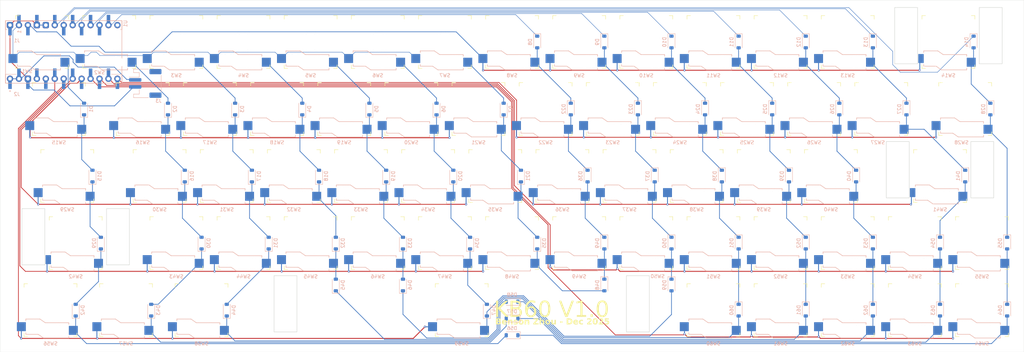
<source format=kicad_pcb>
(kicad_pcb (version 20241229) (generator "pcbnew") (generator_version "9.0")
  (layers (0 "F.Cu" signal) (2 "B.Cu" signal) (13 "F.Paste" user) (15 "B.Paste" user) (5 "F.SilkS" user "F.Silkscreen") (7 "B.SilkS" user "B.Silkscreen") (1 "F.Mask" user) (3 "B.Mask" user) (25 "Edge.Cuts" user))
  (net 0 "")
  (net 1 "Net-(D1-A)")
  (net 2 "Net-(D2-A)")
  (net 3 "Net-(D3-A)")
  (net 4 "Net-(D4-A)")
  (net 5 "Net-(D5-A)")
  (net 6 "Net-(D6-A)")
  (net 7 "Net-(D7-A)")
  (net 8 "/ROW1A")
  (net 9 "/ROW1B")
  (net 10 "/ROW2A")
  (net 11 "/ROW2B")
  (net 12 "/ROW3A")
  (net 13 "/ROW3B")
  (net 14 "/ROW4A")
  (net 15 "/ROW4B")
  (net 16 "/ROW5A")
  (net 17 "/ROW5B")
  (net 18 "/COL1")
  (net 19 "/COL2")
  (net 20 "/COL3")
  (net 21 "/COL4")
  (net 22 "/COL5")
  (net 23 "/COL6")
  (net 24 "/COL7")
  (net 28 "Net-(D1-K)")
  (net 29 "Net-(D16-A)")
  (net 30 "Net-(D17-A)")
  (net 31 "Net-(D18-A)")
  (net 32 "Net-(D19-A)")
  (net 33 "Net-(D20-A)")
  (net 34 "Net-(D21-A)")
  (net 35 "Net-(D22-K)")
  (net 36 "Net-(D23-K)")
  (net 37 "Net-(D10-A)")
  (net 38 "Net-(D11-A)")
  (net 39 "Net-(D12-A)")
  (net 40 "Net-(D13-A)")
  (net 41 "Net-(D14-A)")
  (net 42 "Net-(D15-K)")
  (net 43 "Net-(D16-K)")
  (net 44 "Net-(D17-K)")
  (net 45 "Net-(D18-K)")
  (net 46 "Net-(D19-K)")
  (net 47 "Net-(D20-K)")
  (net 48 "Net-(D21-K)")
  (net 49 "Net-(D22-A)")
  (net 50 "Net-(D23-A)")
  (net 51 "Net-(D24-A)")
  (net 52 "Net-(D25-A)")
  (net 53 "Net-(D26-A)")
  (net 54 "Net-(D27-A)")
  (net 55 "Net-(D28-A)")
  (net 56 "Net-(D29-K)")
  (net 57 "Net-(D30-K)")
  (net 58 "Net-(D31-K)")
  (net 59 "Net-(D32-K)")
  (net 60 "Net-(D33-K)")
  (net 61 "Net-(D34-K)")
  (net 62 "Net-(D35-K)")
  (net 63 "Net-(D36-A)")
  (net 64 "Net-(D37-A)")
  (net 65 "Net-(D38-A)")
  (net 66 "Net-(D39-A)")
  (net 67 "Net-(D40-A)")
  (net 68 "Net-(D41-A)")
  (net 69 "Net-(D42-K)")
  (net 70 "Net-(D43-K)")
  (net 71 "Net-(D44-K)")
  (net 72 "Net-(D45-K)")
  (net 73 "Net-(D46-K)")
  (net 74 "Net-(D47-K)")
  (net 75 "Net-(D48-K)")
  (net 76 "Net-(D50-A)")
  (net 77 "Net-(D51-A)")
  (net 78 "Net-(D52-A)")
  (net 79 "Net-(D53-A)")
  (net 80 "Net-(D54-A)")
  (net 81 "Net-(D55-A)")
  (net 82 "Net-(D56-K)")
  (net 83 "Net-(D57-K)")
  (net 84 "Net-(D58-K)")
  (net 85 "GND")
  (net 86 "Net-(J3-Pin_1)")
  (footprint "Button_Switch_Keyboard:Gateron_LP_2.0" (layer "F.Cu") (at 173.83125 40.48125)
    (property "Reference" "SW8")
    (property "Value" "Gateron_LP_2.0")
  )
  (footprint "Button_Switch_Keyboard:Gateron_LP_2.0" (layer "F.Cu") (at 269.08125 97.63125)
    (property "Reference" "SW53")
    (property "Value" "Gateron_LP_2.0")
  )
  (footprint "Button_Switch_Keyboard:Gateron_LP_2.0" (layer "F.Cu") (at 40.48125 40.48125)
    (property "Reference" "SW1")
    (property "Value" "Gateron_LP_2.0")
  )
  (footprint "Button_Switch_Keyboard:Gateron_LP_2.0" (layer "F.Cu") (at 135.73125 40.48125)
    (property "Reference" "SW6")
    (property "Value" "Gateron_LP_2.0")
  )
  (footprint "Button_Switch_Keyboard:Gateron_LP_2.0" (layer "F.Cu") (at 250.03125 97.63125)
    (property "Reference" "SW52")
    (property "Value" "Gateron_LP_2.0")
  )
  (footprint "Gateron_KS33_Hotswap:Gateron-KS33-6.25u-Stabilizer-Cutout" (layer "F.Cu") (at 159.54375 116.68125)
    (property "Reference" "REF**")
    (property "Value" "6.25U Stabilizer")
    (fp_rect (start -46.75 6.2) (end -53.25 -9.8) (stroke (width 0.12)) (fill no) (layer "Edge.Cuts"))
    (fp_rect (start 46.75 6.2) (end 53.25 -9.8) (stroke (width 0.12)) (fill no) (layer "Edge.Cuts"))
  )
  (footprint "Button_Switch_Keyboard:Gateron_LP_2.0" (layer "F.Cu") (at 230.98125 97.63125)
    (property "Reference" "SW51")
    (property "Value" "Gateron_LP_2.0")
  )
  (footprint "Button_Switch_Keyboard:Gateron_LP_2.0" (layer "F.Cu") (at 78.58125 40.48125)
    (property "Reference" "SW3")
    (property "Value" "Gateron_LP_2.0")
  )
  (footprint "Button_Switch_Keyboard:Gateron_LP_2.0" (layer "F.Cu") (at 111.91875 78.58125)
    (property "Reference" "SW32")
    (property "Value" "Gateron_LP_2.0")
  )
  (footprint "Button_Switch_Keyboard:Gateron_LP_2.0" (layer "F.Cu") (at 288.13125 97.63125)
    (property "Reference" "SW54")
    (property "Value" "Gateron_LP_2.0")
  )
  (footprint "Button_Switch_Keyboard:Gateron_LP_2.0" (layer "F.Cu") (at 288.13125 116.68125)
    (property "Reference" "SW63")
    (property "Value" "Gateron_LP_2.0")
  )
  (footprint "Button_Switch_Keyboard:Gateron_LP_2.0" (layer "F.Cu") (at 264.31875 78.58125)
    (property "Reference" "SW40")
    (property "Value" "Gateron_LP_2.0")
  )
  (footprint "Button_Switch_Keyboard:Gateron_LP_2.0" (layer "F.Cu") (at 192.88125 97.63125)
    (property "Reference" "SW49")
    (property "Value" "Gateron_LP_2.0")
  )
  (footprint "Button_Switch_Keyboard:Gateron_LP_2.0" (layer "F.Cu") (at 307.18125 97.63125)
    (property "Reference" "SW55")
    (property "Value" "Gateron_LP_2.0")
  )
  (footprint "Button_Switch_Keyboard:Gateron_LP_2.0" (layer "F.Cu") (at 69.05625 59.53125)
    (property "Reference" "SW16")
    (property "Value" "Gateron_LP_2.0")
  )
  (footprint "Button_Switch_Keyboard:Gateron_LP_2.0" (layer "F.Cu") (at 297.65625 40.48125)
    (property "Reference" "SW14")
    (property "Value" "Gateron_LP_2.0")
  )
  (footprint "Button_Switch_Keyboard:Gateron_LP_2.0" (layer "F.Cu") (at 307.18125 116.68125)
    (property "Reference" "SW64")
    (property "Value" "Gateron_LP_2.0")
  )
  (footprint "Button_Switch_Keyboard:Gateron_LP_2.0" (layer "F.Cu") (at 230.98125 40.48125)
    (property "Reference" "SW11")
    (property "Value" "Gateron_LP_2.0")
  )
  (footprint "Button_Switch_Keyboard:Gateron_LP_2.0" (layer "F.Cu") (at 45.24375 59.53125)
    (property "Reference" "SW15")
    (property "Value" "Gateron_LP_2.0")
  )
  (footprint "Button_Switch_Keyboard:Gateron_LP_2.0" (layer "F.Cu") (at 211.93125 40.48125)
    (property "Reference" "SW10")
    (property "Value" "Gateron_LP_2.0")
  )
  (footprint "Button_Switch_Keyboard:Gateron_LP_2.0" (layer "F.Cu") (at 159.54375 116.68125)
    (property "Reference" "SW59")
    (property "Value" "Gateron_LP_2.0")
  )
  (footprint "Button_Switch_Keyboard:Gateron_LP_2.0" (layer "F.Cu") (at 278.60625 59.53125)
    (property "Reference" "SW27")
    (property "Value" "Gateron_LP_2.0")
  )
  (footprint "Button_Switch_Keyboard:Gateron_LP_2.0" (layer "F.Cu") (at 135.73125 97.63125)
    (property "Reference" "SW46")
    (property "Value" "Gateron_LP_2.0")
  )
  (footprint "Button_Switch_Keyboard:Gateron_LP_2.0" (layer "F.Cu") (at 116.68125 40.48125)
    (property "Reference" "SW5")
    (property "Value" "Gateron_LP_2.0")
  )
  (footprint "Button_Switch_Keyboard:Gateron_LP_2.0" (layer "F.Cu") (at 150.01875 78.58125)
    (property "Reference" "SW34")
    (property "Value" "Gateron_LP_2.0")
  )
  (footprint "Button_Switch_Keyboard:Gateron_LP_2.0" (layer "F.Cu") (at 92.86875 78.58125)
    (property "Reference" "SW31")
    (property "Value" "Gateron_LP_2.0")
  )
  (footprint "Button_Switch_Keyboard:Gateron_LP_2.0" (layer "F.Cu") (at 97.63125 40.48125)
    (property "Reference" "SW4")
    (property "Value" "Gateron_LP_2.0")
  )
  (footprint "Button_Switch_Keyboard:Gateron_LP_2.0" (layer "F.Cu") (at 207.16875 78.58125)
    (property "Reference" "SW37")
    (property "Value" "Gateron_LP_2.0")
  )
  (footprint "Button_Switch_Keyboard:Gateron_LP_2.0" (layer "F.Cu") (at 192.88125 40.48125)
    (property "Reference" "SW9")
    (property "Value" "Gateron_LP_2.0")
  )
  (footprint "Button_Switch_Keyboard:Gateron_LP_2.0" (layer "F.Cu") (at 221.45625 59.53125)
    (property "Reference" "SW24")
    (property "Value" "Gateron_LP_2.0")
  )
  (footprint "Button_Switch_Keyboard:Gateron_LP_2.0" (layer "F.Cu") (at 259.55625 59.53125)
    (property "Reference" "SW26")
    (property "Value" "Gateron_LP_2.0")
  )
  (footprint "Button_Switch_Keyboard:Gateron_LP_2.0" (layer "F.Cu") (at 88.10625 59.53125)
    (property "Reference" "SW17")
    (property "Value" "Gateron_LP_2.0")
  )
  (footprint "Button_Switch_Keyboard:Gateron_LP_2.0" (layer "F.Cu") (at 188.11875 78.58125)
    (property "Reference" "SW36")
    (property "Value" "Gateron_LP_2.0")
  )
  (footprint "Button_Switch_Keyboard:Gateron_LP_2.0" (layer "F.Cu") (at 302.41875 59.53125)
    (property "Reference" "SW28")
    (property "Value" "Gateron_LP_2.0")
  )
  (footprint "Button_Switch_Keyboard:Gateron_LP_2.0" (layer "F.Cu") (at 42.8625 116.68125)
    (property "Reference" "SW56")
    (property "Value" "Gateron_LP_2.0")
  )
  (footprint "Button_Switch_Keyboard:Gateron_LP_2.0" (layer "F.Cu") (at 211.93125 97.63125)
    (property "Reference" "SW50")
    (property "Value" "Gateron_LP_2.0")
  )
  (footprint "Button_Switch_Keyboard:Gateron_LP_2.0" (layer "F.Cu") (at 164.30625 59.53125)
    (property "Reference" "SW21")
    (property "Value" "Gateron_LP_2.0")
  )
  (footprint "Button_Switch_Keyboard:Gateron_LP_2.0" (layer "F.Cu") (at 59.53125 40.48125)
    (property "Reference" "SW2")
    (property "Value" "Gateron_LP_2.0")
  )
  (footprint "Button_Switch_Keyboard:Gateron_LP_2.0" (layer "F.Cu") (at 73.81875 78.58125)
    (property "Reference" "SW30")
    (property "Value" "Gateron_LP_2.0")
  )
  (footprint "Button_Switch_Keyboard:Gateron_LP_2.0" (layer "F.Cu") (at 154.78125 40.48125)
    (property "Reference" "SW7")
    (property "Value" "Gateron_LP_2.0")
  )
  (footprint "Button_Switch_Keyboard:Gateron_LP_2.0" (layer "F.Cu") (at 183.35625 59.53125)
    (property "Reference" "SW22")
    (property "Value" "Gateron_LP_2.0")
  )
  (footprint "Button_Switch_Keyboard:Gateron_LP_2.0" (layer "F.Cu") (at 245.26875 78.58125)
    (property "Reference" "SW39")
    (property "Value" "Gateron_LP_2.0")
  )
  (footprint "Button_Switch_Keyboard:Gateron_LP_2.0" (layer "F.Cu") (at 250.03125 116.68125)
    (property "Reference" "SW61")
    (property "Value" "Gateron_LP_2.0")
  )
  (footprint "Button_Switch_Keyboard:Gateron_LP_2.0" (layer "F.Cu") (at 85.725 116.68125)
    (property "Reference" "SW58")
    (property "Value" "Gateron_LP_2.0")
  )
  (footprint "Button_Switch_Keyboard:Gateron_LP_2.0" (layer "F.Cu") (at 202.40625 59.53125)
    (property "Reference" "SW23")
    (property "Value" "Gateron_LP_2.0")
  )
  (footprint "Button_Switch_Keyboard:Gateron_LP_2.0" (layer "F.Cu") (at 126.20625 59.53125)
    (property "Reference" "SW19")
    (property "Value" "Gateron_LP_2.0")
  )
  (footprint "Button_Switch_Keyboard:Gateron_LP_2.0" (layer "F.Cu") (at 50.00625 97.63125)
    (property "Reference" "SW42")
    (property "Value" "Gateron_LP_2.0")
  )
  (footprint "Button_Switch_Keyboard:Gateron_LP_2.0" (layer "F.Cu") (at 226.21875 78.58125)
    (property "Reference" "SW38")
    (property "Value" "Gateron_LP_2.0")
  )
  (footprint "Button_Switch_Keyboard:Gateron_LP_2.0" (layer "F.Cu") (at 78.58125 97.63125)
    (property "Reference" "SW43")
    (property "Value" "Gateron_LP_2.0")
  )
  (footprint "Button_Switch_Keyboard:Gateron_LP_2.0" (layer "F.Cu") (at 64.29375 116.68125)
    (property "Reference" "SW57")
    (property "Value" "Gateron_LP_2.0")
  )
  (footprint "Button_Switch_Keyboard:Gateron_LP_2.0" (layer "F.Cu") (at 97.63125 97.63125)
    (property "Reference" "SW44")
    (property "Value" "Gateron_LP_2.0")
  )
  (footprint "Button_Switch_Keyboard:Gateron_LP_2.0" (layer "F.Cu") (at 145.25625 59.53125)
    (property "Reference" "SW20")
    (property "Value" "Gateron_LP_2.0")
  )
  (footprint "Button_Switch_Keyboard:Gateron_LP_2.0" (layer "F.Cu") (at 250.03125 40.48125)
    (property "Reference" "SW12")
    (property "Value" "Gateron_LP_2.0")
  )
  (footprint "Button_Switch_Keyboard:Gateron_LP_2.0" (layer "F.Cu") (at 169.06875 78.58125)
    (property "Reference" "SW35")
    (property "Value" "Gateron_LP_2.0")
  )
  (footprint "Button_Switch_Keyboard:Gateron_LP_2.0" (layer "F.Cu") (at 116.68125 97.63125)
    (property "Reference" "SW45")
    (property "Value" "Gateron_LP_2.0")
  )
  (footprint "Button_Switch_Keyboard:Gateron_LP_2.0" (layer "F.Cu") (at 107.15625 59.53125)
    (property "Reference" "SW18")
    (property "Value" "Gateron_LP_2.0")
  )
  (footprint "Button_Switch_Keyboard:Gateron_LP_2.0" (layer "F.Cu") (at 269.08125 116.68125)
    (property "Reference" "SW62")
    (property "Value" "Gateron_LP_2.0")
  )
  (footprint "Gateron_KS33_Hotswap:Gateron-KS33-2u-Stabilizer-Cutout" (layer "F.Cu") (at 50.00625 97.63125)
    (property "Reference" "REF**")
    (property "Value" "2U Stabilizer")
    (fp_rect (start -8.75 6.2) (end -15.25 -9.8) (stroke (width 0.12)) (fill no) (layer "Edge.Cuts"))
    (fp_rect (start 8.75 6.2) (end 15.25 -9.8) (stroke (width 0.12)) (fill no) (layer "Edge.Cuts"))
  )
  (footprint "Button_Switch_Keyboard:Gateron_LP_2.0" (layer "F.Cu") (at 130.96875 78.58125)
    (property "Reference" "SW33")
    (property "Value" "Gateron_LP_2.0")
  )
  (footprint "Button_Switch_Keyboard:Gateron_LP_2.0" (layer "F.Cu") (at 47.625 78.58125)
    (property "Reference" "SW29")
    (property "Value" "Gateron_LP_2.0")
  )
  (footprint "Button_Switch_Keyboard:Gateron_LP_2.0" (layer "F.Cu") (at 269.08125 40.48125)
    (property "Reference" "SW13")
    (property "Value" "Gateron_LP_2.0")
  )
  (footprint "Gateron_KS33_Hotswap:Gateron-KS33-2u-Stabilizer-Cutout" (layer "F.Cu") (at 295.275 78.58125)
    (property "Reference" "REF**")
    (property "Value" "2U Stabilizer")
    (fp_rect (start -8.75 6.2) (end -15.25 -9.8) (stroke (width 0.12)) (fill no) (layer "Edge.Cuts"))
    (fp_rect (start 8.75 6.2) (end 15.25 -9.8) (stroke (width 0.12)) (fill no) (layer "Edge.Cuts"))
  )
  (footprint "Button_Switch_Keyboard:Gateron_LP_2.0" (layer "F.Cu") (at 154.78125 97.63125)
    (property "Reference" "SW47")
    (property "Value" "Gateron_LP_2.0")
  )
  (footprint "Button_Switch_Keyboard:Gateron_LP_2.0" (layer "F.Cu") (at 230.98125 116.68125)
    (property "Reference" "SW60")
    (property "Value" "Gateron_LP_2.0")
  )
  (footprint "Button_Switch_Keyboard:Gateron_LP_2.0" (layer "F.Cu") (at 295.275 78.58125)
    (property "Reference" "SW41")
    (property "Value" "Gateron_LP_2.0")
  )
  (footprint "Button_Switch_Keyboard:Gateron_LP_2.0" (layer "F.Cu") (at 240.50625 59.53125)
    (property "Reference" "SW25")
    (property "Value" "Gateron_LP_2.0")
  )
  (footprint "Button_Switch_Keyboard:Gateron_LP_2.0" (layer "F.Cu") (at 173.83125 97.63125)
    (property "Reference" "SW48")
    (property "Value" "Gateron_LP_2.0")
  )
  (footprint "Gateron_KS33_Hotswap:Gateron-KS33-2u-Stabilizer-Cutout" (layer "F.Cu") (at 297.65625 40.48125)
    (property "Reference" "REF**")
    (property "Value" "2U Stabilizer")
    (fp_rect (start -8.75 6.2) (end -15.25 -9.8) (stroke (width 0.12)) (fill no) (layer "Edge.Cuts"))
    (fp_rect (start 8.75 6.2) (end 15.25 -9.8) (stroke (width 0.12)) (fill no) (layer "Edge.Cuts"))
  )
  (footprint "Diode_SMD:D_SOD-123" (layer "B.Cu") (at 142.875 109.5375 90)
    (property "Reference" "D46")
    (property "Value" "1N4148W")
  )
  (footprint "Diode_SMD:D_SOD-123" (layer "B.Cu") (at 100.0125 78.58125 90)
    (property "Reference" "D17")
    (property "Value" "1N4148W")
  )
  (footprint "Diode_SMD:D_SOD-123" (layer "B.Cu") (at 71.4375 116.68125 90)
    (property "Reference" "D43")
    (property "Value" "1N4148W")
  )
  (footprint "Diode_SMD:D_SOD-123" (layer "B.Cu") (at 200.025 97.63125 -90)
    (property "Reference" "D49")
    (property "Value" "1N4148W")
  )
  (footprint "Diode_SMD:D_SOD-123" (layer "B.Cu") (at 276.225 116.68125 -90)
    (property "Reference" "D62")
    (property "Value" "1N4148W")
  )
  (footprint "Diode_SMD:D_SOD-123" (layer "B.Cu") (at 190.5 59.53125 -90)
    (property "Reference" "D22")
    (property "Value" "1N4148W")
  )
  (footprint "Diode_SMD:D_SOD-123" (layer "B.Cu") (at 173.83125 119.0625 180)
    (property "Reference" "D57")
    (property "Value" "1N4148W")
  )
  (footprint "Diode_SMD:D_SOD-123" (layer "B.Cu") (at 238.125 40.48125 -90)
    (property "Reference" "D11")
    (property "Value" "1N4148W")
  )
  (footprint "Diode_SMD:D_SOD-123" (layer "B.Cu") (at 133.35 59.53125 90)
    (property "Reference" "D5")
    (property "Value" "1N4148W")
  )
  (footprint "Diode_SMD:D_SOD-123" (layer "B.Cu") (at 233.3625 78.58125 -90)
    (property "Reference" "D38")
    (property "Value" "1N4148W")
  )
  (footprint "Diode_SMD:D_SOD-123" (layer "B.Cu") (at 123.825 109.5375 90)
    (property "Reference" "D45")
    (property "Value" "1N4148W")
  )
  (footprint "Diode_SMD:D_SOD-123" (layer "B.Cu") (at 80.9625 78.58125 90)
    (property "Reference" "D16")
    (property "Value" "1N4148W")
  )
  (footprint "Diode_SMD:D_SOD-123" (layer "B.Cu") (at 152.4 59.53125 90)
    (property "Reference" "D6")
    (property "Value" "1N4148W")
  )
  (footprint "Diode_SMD:D_SOD-123" (layer "B.Cu") (at 195.2625 78.58125 -90)
    (property "Reference" "D36")
    (property "Value" "1N4148W")
  )
  (footprint "Diode_SMD:D_SOD-123" (layer "B.Cu") (at 92.86875 116.68125 90)
    (property "Reference" "D44")
    (property "Value" "1N4148W")
  )
  (footprint "Diode_SMD:D_SOD-123" (layer "B.Cu") (at 257.175 116.68125 -90)
    (property "Reference" "D61")
    (property "Value" "1N4148W")
  )
  (footprint "Diode_SMD:D_SOD-123" (layer "B.Cu") (at 276.225 97.63125 -90)
    (property "Reference" "D53")
    (property "Value" "1N4148W")
  )
  (footprint "Diode_SMD:D_SOD-123" (layer "B.Cu") (at 50.00625 116.68125 90)
    (property "Reference" "D42")
    (property "Value" "1N4148W")
  )
  (footprint "Diode_SMD:D_SOD-123" (layer "B.Cu") (at 161.925 97.63125 90)
    (property "Reference" "D34")
    (property "Value" "1N4148W")
  )
  (footprint "Diode_SMD:D_SOD-123" (layer "B.Cu") (at 85.725 97.63125 90)
    (property "Reference" "D30")
    (property "Value" "1N4148W")
  )
  (footprint "Diode_SMD:D_SOD-123" (layer "B.Cu") (at 247.65 59.53125 -90)
    (property "Reference" "D25")
    (property "Value" "1N4148W")
  )
  (footprint "Diode_SMD:D_SOD-123" (layer "B.Cu") (at 214.3125 78.58125 -90)
    (property "Reference" "D37")
    (property "Value" "1N4148W")
  )
  (footprint "Diode_SMD:D_SOD-123" (layer "B.Cu") (at 142.875 97.63125 90)
    (property "Reference" "D33")
    (property "Value" "1N4148W")
  )
  (footprint "Diode_SMD:D_SOD-123" (layer "B.Cu") (at 200.025 40.48125 -90)
    (property "Reference" "D9")
    (property "Value" "1N4148W")
  )
  (footprint "Diode_SMD:D_SOD-123" (layer "B.Cu") (at 257.175 97.63125 -90)
    (property "Reference" "D52")
    (property "Value" "1N4148W")
  )
  (footprint "Connector_JST:JST_PH_S2B-PH-SM4-TB_1x02-1MP_P2.00mm_Horizontal" (layer "B.Cu") (at 69.744 52.245 -90)
    (property "Reference" "J3")
    (property "Value" "S2B-PH-SM4-TB")
  )
  (footprint "Diode_SMD:D_SOD-123" (layer "B.Cu") (at 180.975 40.48125 -90)
    (property "Reference" "D8")
    (property "Value" "1N4148W")
  )
  (footprint "Diode_SMD:D_SOD-123" (layer "B.Cu") (at 314.325 97.63125 -90)
    (property "Reference" "D55")
    (property "Value" "1N4148W")
  )
  (footprint "M20-8771246:HARWIN_M20-8771346" (layer "B.Cu") (at 46.609 35.687)
    (property "Reference" "J1")
    (property "Value" "S2B-PH-SM4-TB")
  )
  (footprint "Diode_SMD:D_SOD-123" (layer "B.Cu") (at 295.275 97.63125 -90)
    (property "Reference" "D54")
    (property "Value" "1N4148W")
  )
  (footprint "Diode_SMD:D_SOD-123" (layer "B.Cu") (at 171.45 59.53125 90)
    (property "Reference" "D7")
    (property "Value" "1N4148W")
  )
  (footprint "Diode_SMD:D_SOD-123" (layer "B.Cu") (at 104.775 97.63125 90)
    (property "Reference" "D31")
    (property "Value" "1N4148W")
  )
  (footprint "Diode_SMD:D_SOD-123" (layer "B.Cu") (at 52.3875 59.53125 90)
    (property "Reference" "D1")
    (property "Value" "1N4148W")
  )
  (footprint "Diode_SMD:D_SOD-123" (layer "B.Cu") (at 119.0625 78.58125 90)
    (property "Reference" "D18")
    (property "Value" "1N4148W")
  )
  (footprint "Diode_SMD:D_SOD-123" (layer "B.Cu") (at 157.1625 78.58125 90)
    (property "Reference" "D20")
    (property "Value" "1N4148W")
  )
  (footprint "Diode_SMD:D_SOD-123" (layer "B.Cu") (at 271.4625 78.58125 -90)
    (property "Reference" "D40")
    (property "Value" "1N4148W")
  )
  (footprint "Diode_SMD:D_SOD-123" (layer "B.Cu") (at 57.15 97.63125 90)
    (property "Reference" "D29")
    (property "Value" "1N4148W")
  )
  (footprint "Diode_SMD:D_SOD-123" (layer "B.Cu") (at 173.83125 114.3 180)
    (property "Reference" "D58")
    (property "Value" "1N4148W")
  )
  (footprint "Diode_SMD:D_SOD-123" (layer "B.Cu") (at 200.025 109.5375 -90)
    (property "Reference" "D48")
    (property "Value" "1N4148W")
  )
  (footprint "Diode_SMD:D_SOD-123" (layer "B.Cu") (at 219.075 97.63125 -90)
    (property "Reference" "D50")
    (property "Value" "1N4148W")
  )
  (footprint "Diode_SMD:D_SOD-123" (layer "B.Cu") (at 219.075 40.48125 -90)
    (property "Reference" "D10")
    (property "Value" "1N4148W")
  )
  (footprint "M20-8771246:HARWIN_M20-8771346" (layer "B.Cu") (at 46.609 50.927)
    (property "Reference" "J2")
    (property "Value" "HARWIN_M20-8771346")
  )
  (footprint "Diode_SMD:D_SOD-123" (layer "B.Cu") (at 95.25 59.53125 90)
    (property "Reference" "D3")
    (property "Value" "1N4148W")
  )
  (footprint "Diode_SMD:D_SOD-123" (layer "B.Cu") (at 114.3 59.53125 90)
    (property "Reference" "D4")
    (property "Value" "1N4148W")
  )
  (footprint "Diode_SMD:D_SOD-123" (layer "B.Cu") (at 54.76875 78.58125 90)
    (property "Reference" "D15")
    (property "Value" "1N4148W")
  )
  (footprint "Diode_SMD:D_SOD-123" (layer "B.Cu") (at 252.4125 78.58125 -90)
    (property "Reference" "D39")
    (property "Value" "1N4148W")
  )
  (footprint "Diode_SMD:D_SOD-123" (layer "B.Cu") (at 228.6 59.53125 -90)
    (property "Reference" "D24")
    (property "Value" "1N4148W")
  )
  (footprint "Diode_SMD:D_SOD-123" (layer "B.Cu") (at 257.175 40.48125 -90)
    (property "Reference" "D12")
    (property "Value" "1N4148W")
  )
  (footprint "Diode_SMD:D_SOD-123" (layer "B.Cu") (at 180.975 97.63125 90)
    (property "Reference" "D35")
    (property "Value" "1N4148W")
  )
  (footprint "Diode_SMD:D_SOD-123" (layer "B.Cu") (at 314.325 116.68125 -90)
    (property "Reference" "D64")
    (property "Value" "1N4148W")
  )
  (footprint "Diode_SMD:D_SOD-123" (layer "B.Cu") (at 302.41875 78.58125 -90)
    (property "Reference" "D41")
    (property "Value" "1N4148W")
  )
  (footprint "Supermini:SuperMini_nRF52840_AH_USBup" (layer "B.Cu") (at 47.879 43.307 -90)
    (property "Reference" "U1")
    (property "Value" "SuperMini nRF52840")
  )
  (footprint "Diode_SMD:D_SOD-123" (layer "B.Cu") (at 295.275 116.68125 -90)
    (property "Reference" "D63")
    (property "Value" "1N4148W")
  )
  (footprint "Diode_SMD:D_SOD-123" (layer "B.Cu") (at 176.35625 78.58125 90)
    (property "Reference" "D21")
    (property "Value" "1N4148W")
  )
  (footprint "Diode_SMD:D_SOD-123" (layer "B.Cu") (at 276.225 40.48125 -90)
    (property "Reference" "D13")
    (property "Value" "1N4148W")
  )
  (footprint "Diode_SMD:D_SOD-123" (layer "B.Cu") (at 173.83125 123.825 180)
    (property "Reference" "D56")
    (property "Value" "1N4148W")
  )
  (footprint "Diode_SMD:D_SOD-123" (layer "B.Cu") (at 219.075 109.5375 -90)
    (property "Reference" "D59")
    (property "Value" "1N4148W")
  )
  (footprint "Diode_SMD:D_SOD-123" (layer "B.Cu") (at 304.8 40.48125 -90)
    (property "Reference" "D14")
    (property "Value" "1N4148W")
  )
  (footprint "Diode_SMD:D_SOD-123" (layer "B.Cu") (at 76.2 59.53125 90)
    (property "Reference" "D2")
    (property "Value" "1N4148W")
  )
  (footprint "Diode_SMD:D_SOD-123" (layer "B.Cu") (at 266.7 59.53125 -90)
    (property "Reference" "D26")
    (property "Value" "1N4148W")
  )
  (footprint "Diode_SMD:D_SOD-123" (layer "B.Cu") (at 138.1125 78.58125 90)
    (property "Reference" "D19")
    (property "Value" "1N4148W")
  )
  (footprint "Diode_SMD:D_SOD-123" (layer "B.Cu") (at 209.55 59.53125 -90)
    (property "Reference" "D23")
    (property "Value" "1N4148W")
  )
  (footprint "Diode_SMD:D_SOD-123" (layer "B.Cu") (at 309.5625 59.53125 -90)
    (property "Reference" "D28")
    (property "Value" "1N4148W")
  )
  (footprint "Diode_SMD:D_SOD-123" (layer "B.Cu") (at 238.125 97.63125 -90)
    (property "Reference" "D51")
    (property "Value" "1N4148W")
  )
  (footprint "Diode_SMD:D_SOD-123" (layer "B.Cu") (at 123.825 97.63125 90)
    (property "Reference" "D32")
    (property "Value" "1N4148W")
  )
  (footprint "Diode_SMD:D_SOD-123" (layer "B.Cu") (at 285.75 59.53125 -90)
    (property "Reference" "D27")
    (property "Value" "1N4148W")
  )
  (footprint "Diode_SMD:D_SOD-123" (layer "B.Cu") (at 238.125 116.68125 -90)
    (property "Reference" "D60")
    (property "Value" "1N4148W")
  )
  (footprint "Diode_SMD:D_SOD-123" (layer "B.Cu") (at 166.6875 116.68125 90)
    (property "Reference" "D47")
    (property "Value" "1N4148W")
  )
  (gr_rect (start 28.575 28.575) (end 319.0875 128.5875) (stroke (width 0.05)) (fill no) (layer "Edge.Cuts"))
  (gr_text "KB60 V1.0\n" (at 168.656 119.36425 0) (layer "F.SilkS") (effects (font (size 4.5 4.5) (thickness 0.5)) (justify left bottom)))
  (gr_text "Benson Zhou - Dec 2025\n" (at 169.037 121.031 0) (layer "F.SilkS") (effects (font (size 1.7 1.7) (thickness 0.3) (bold yes)) (justify left bottom)))
  (segment (start 47.879 53.37275) (end 52.3875 57.88125) (width 0.2) (layer "B.Cu") (net 1))
  (segment (start 47.879 47.154) (end 47.879 53.37275) (width 0.2) (layer "B.Cu") (net 1))
  (segment (start 46.95625 46.23125) (end 47.879 47.154) (width 0.2) (layer "B.Cu") (net 1))
  (segment (start 76.2 56.425) (end 76.2 57.88125) (width 0.2) (layer "B.Cu") (net 2))
  (segment (start 66.00625 46.23125) (end 76.2 56.425) (width 0.2) (layer "B.Cu") (net 2))
  (segment (start 85.05625 46.23125) (end 95.25 56.425) (width 0.2) (layer "B.Cu") (net 3))
  (segment (start 95.25 56.425) (end 95.25 57.88125) (width 0.2) (layer "B.Cu") (net 3))
  (segment (start 114.3 56.425) (end 114.3 57.88125) (width 0.2) (layer "B.Cu") (net 4))
  (segment (start 104.10625 46.23125) (end 114.3 56.425) (width 0.2) (layer "B.Cu") (net 4))
  (segment (start 133.35 56.425) (end 133.35 57.88125) (width 0.2) (layer "B.Cu") (net 5))
  (segment (start 123.15625 46.23125) (end 133.35 56.425) (width 0.2) (layer "B.Cu") (net 5))
  (segment (start 152.4 56.425) (end 152.4 57.88125) (width 0.2) (layer "B.Cu") (net 6))
  (segment (start 142.20625 46.23125) (end 152.4 56.425) (width 0.2) (layer "B.Cu") (net 6))
  (segment (start 161.25625 46.23125) (end 171.45 56.425) (width 0.2) (layer "B.Cu") (net 7))
  (segment (start 171.45 56.425) (end 171.45 57.88125) (width 0.2) (layer "B.Cu") (net 7))
  (segment (start 49.44175 43.36675) (end 51.25625 45.18125) (width 0.127) (layer "B.Cu") (net 8))
  (segment (start 53.423409 44.323) (end 54.379659 43.36675) (width 0.127) (layer "B.Cu") (net 8))
  (segment (start 56.839091 44.323) (end 69.448 44.323) (width 0.127) (layer "B.Cu") (net 8))
  (segment (start 125.64175 43.36675) (end 127.45625 45.18125) (width 0.127) (layer "B.Cu") (net 8))
  (segment (start 91.17075 43.36675) (end 106.59175 43.36675) (width 0.127) (layer "B.Cu") (net 8))
  (segment (start 32.20625 45.18125) (end 34.02075 43.36675) (width 0.127) (layer "B.Cu") (net 8))
  (segment (start 55.882841 43.36675) (end 56.839091 44.323) (width 0.127) (layer "B.Cu") (net 8))
  (segment (start 127.45625 45.18125) (end 129.27075 43.36675) (width 0.127) (layer "B.Cu") (net 8))
  (segment (start 129.27075 43.36675) (end 144.69175 43.36675) (width 0.127) (layer "B.Cu") (net 8))
  (segment (start 87.54175 43.36675) (end 89.35625 45.18125) (width 0.127) (layer "B.Cu") (net 8))
  (segment (start 70.30625 45.18125) (end 72.12075 43.36675) (width 0.127) (layer "B.Cu") (net 8))
  (segment (start 69.448 44.323) (end 70.30625 45.18125) (width 0.127) (layer "B.Cu") (net 8))
  (segment (start 106.59175 43.36675) (end 108.40625 45.18125) (width 0.127) (layer "B.Cu") (net 8))
  (segment (start 144.69175 43.36675) (end 146.50625 45.18125) (width 0.127) (layer "B.Cu") (net 8))
  (segment (start 89.35625 45.18125) (end 91.17075 43.36675) (width 0.127) (layer "B.Cu") (net 8))
  (segment (start 32.20625 37.26275) (end 33.909 35.56) (width 0.127) (layer "B.Cu") (net 8))
  (segment (start 108.40625 45.18125) (end 110.22075 43.36675) (width 0.127) (layer "B.Cu") (net 8))
  (segment (start 54.379659 43.36675) (end 55.882841 43.36675) (width 0.127) (layer "B.Cu") (net 8))
  (segment (start 32.20625 45.18125) (end 32.20625 37.26275) (width 0.127) (layer "B.Cu") (net 8))
  (segment (start 110.22075 43.36675) (end 125.64175 43.36675) (width 0.127) (layer "B.Cu") (net 8))
  (segment (start 51.25625 45.18125) (end 52.1145 44.323) (width 0.127) (layer "B.Cu") (net 8))
  (segment (start 72.12075 43.36675) (end 87.54175 43.36675) (width 0.127) (layer "B.Cu") (net 8))
  (segment (start 52.1145 44.323) (end 53.423409 44.323) (width 0.127) (layer "B.Cu") (net 8))
  (segment (start 32.7025 44.685) (end 32.20625 45.18125) (width 0.127) (layer "B.Cu") (net 8))
  (segment (start 34.02075 43.36675) (end 49.44175 43.36675) (width 0.127) (layer "B.Cu") (net 8))
  (segment (start 165.608 48.514) (end 289.433 48.514) (width 0.254) (layer "F.Cu") (net 9))
  (via (at 241.808 48.514) (size 0.6) (drill 0.3) (layers "F.Cu" "B.Cu") (net 9))
  (via (at 203.708 48.514) (size 0.6) (drill 0.3) (layers "F.Cu" "B.Cu") (net 9))
  (via (at 222.758 48.514) (size 0.6) (drill 0.3) (layers "F.Cu" "B.Cu") (net 9))
  (via (at 289.433 48.514) (size 0.6) (drill 0.3) (layers "F.Cu" "B.Cu") (net 9))
  (via (at 260.858 48.514) (size 0.6) (drill 0.3) (layers "F.Cu" "B.Cu") (net 9))
  (via (at 184.658 48.514) (size 0.6) (drill 0.3) (layers "F.Cu" "B.Cu") (net 9))
  (via (at 165.608 48.514) (size 0.6) (drill 0.3) (layers "F.Cu" "B.Cu") (net 9))
  (segment (start 77.379616 37.58025) (end 157.95525 37.58025) (width 0.2) (layer "B.Cu") (net 9))
  (segment (start 71.577616 43.38225) (end 77.379616 37.58025) (width 0.2) (layer "B.Cu") (net 9))
  (segment (start 241.75625 48.46225) (end 241.75625 45.18125) (width 0.254) (layer "B.Cu") (net 9))
  (segment (start 260.80625 48.46225) (end 260.80625 45.18125) (width 0.254) (layer "B.Cu") (net 9))
  (segment (start 48.719884 41.682884) (end 44.629 37.592) (width 0.2) (layer "B.Cu") (net 9))
  (segment (start 222.70625 48.46225) (end 222.70625 45.18125) (width 0.254) (layer "B.Cu") (net 9))
  (segment (start 260.858 48.514) (end 260.80625 48.46225) (width 0.254) (layer "B.Cu") (net 9))
  (segment (start 222.758 48.514) (end 222.70625 48.46225) (width 0.254) (layer "B.Cu") (net 9))
  (segment (start 165.55625 48.46225) (end 165.55625 45.18125) (width 0.254) (layer "B.Cu") (net 9))
  (segment (start 56.63025 41.682884) (end 58.329616 43.38225) (width 0.2) (layer "B.Cu") (net 9))
  (segment (start 289.433 48.514) (end 289.53425 48.41275) (width 0.254) (layer "B.Cu") (net 9))
  (segment (start 48.719884 41.682884) (end 56.63025 41.682884) (width 0.2) (layer "B.Cu") (net 9))
  (segment (start 203.708 48.514) (end 203.65625 48.46225) (width 0.254) (layer "B.Cu") (net 9))
  (segment (start 37.019736 35.687) (end 36.449 35.687) (width 0.2) (layer "B.Cu") (net 9))
  (segment (start 184.60625 48.46225) (end 184.60625 45.18125) (width 0.254) (layer "B.Cu") (net 9))
  (segment (start 44.629 37.592) (end 38.924736 37.592) (width 0.2) (layer "B.Cu") (net 9))
  (segment (start 58.329616 43.38225) (end 71.577616 43.38225) (width 0.2) (layer "B.Cu") (net 9))
  (segment (start 184.658 48.514) (end 184.60625 48.46225) (width 0.254) (layer "B.Cu") (net 9))
  (segment (start 165.608 48.514) (end 165.55625 48.46225) (width 0.254) (layer "B.Cu") (net 9))
  (segment (start 38.924736 37.592) (end 37.019736 35.687) (width 0.2) (layer "B.Cu") (net 9))
  (segment (start 203.65625 48.46225) (end 203.65625 45.18125) (width 0.254) (layer "B.Cu") (net 9))
  (segment (start 157.95525 37.58025) (end 165.55625 45.18125) (width 0.2) (layer "B.Cu") (net 9))
  (segment (start 241.808 48.514) (end 241.75625 48.46225) (width 0.254) (layer "B.Cu") (net 9))
  (segment (start 289.53425 48.41275) (end 289.53425 45.18125) (width 0.254) (layer "B.Cu") (net 9))
  (segment (start 37.084 67.564) (end 37.211 67.691) (width 0.254) (layer "F.Cu") (net 10))
  (segment (start 37.084 63.550183) (end 48.437183 52.197) (width 0.254) (layer "F.Cu") (net 10))
  (segment (start 37.211 67.691) (end 156.083 67.691) (width 0.254) (layer "F.Cu") (net 10))
  (segment (start 50.419 52.197) (end 51.689 50.927) (width 0.254) (layer "F.Cu") (net 10))
  (segment (start 48.437183 52.197) (end 50.419 52.197) (width 0.254) (layer "F.Cu") (net 10))
  (segment (start 37.084 67.564) (end 37.084 63.550183) (width 0.254) (layer "F.Cu") (net 10))
  (segment (start 51.689 50.927) (end 51.689 50.8) (width 0.254) (layer "F.Cu") (net 10))
  (via (at 79.883 67.691) (size 0.6) (drill 0.3) (layers "F.Cu" "B.Cu") (net 10))
  (via (at 117.983 67.691) (size 0.6) (drill 0.3) (layers "F.Cu" "B.Cu") (net 10))
  (via (at 156.083 67.691) (size 0.6) (drill 0.3) (layers "F.Cu" "B.Cu") (net 10))
  (via (at 137.033 67.691) (size 0.6) (drill 0.3) (layers "F.Cu" "B.Cu") (net 10))
  (via (at 37.084 67.564) (size 0.6) (drill 0.3) (layers "F.Cu" "B.Cu") (net 10))
  (via (at 60.833 67.691) (size 0.6) (drill 0.3) (layers "F.Cu" "B.Cu") (net 10))
  (via (at 98.933 67.691) (size 0.6) (drill 0.3) (layers "F.Cu" "B.Cu") (net 10))
  (segment (start 98.88125 67.63925) (end 98.88125 64.23125) (width 0.254) (layer "B.Cu") (net 10))
  (segment (start 117.93125 67.63925) (end 117.93125 64.23125) (width 0.254) (layer "B.Cu") (net 10))
  (segment (start 79.883 67.691) (end 79.83125 67.63925) (width 0.254) (layer "B.Cu") (net 10))
  (segment (start 37.084 67.564) (end 36.96875 67.44875) (width 0.254) (layer "B.Cu") (net 10))
  (segment (start 79.83125 67.63925) (end 79.83125 64.23125) (width 0.254) (layer "B.Cu") (net 10))
  (segment (start 137.033 67.691) (end 136.98125 67.63925) (width 0.254) (layer "B.Cu") (net 10))
  (segment (start 156.03125 67.63925) (end 156.03125 64.23125) (width 0.254) (layer "B.Cu") (net 10))
  (segment (start 60.833 67.691) (end 60.78125 67.63925) (width 0.254) (layer "B.Cu") (net 10))
  (segment (start 98.933 67.691) (end 98.88125 67.63925) (width 0.254) (layer "B.Cu") (net 10))
  (segment (start 60.78125 67.63925) (end 60.78125 64.23125) (width 0.254) (layer "B.Cu") (net 10))
  (segment (start 117.983 67.691) (end 117.93125 67.63925) (width 0.254) (layer "B.Cu") (net 10))
  (segment (start 156.083 67.691) (end 156.03125 67.63925) (width 0.254) (layer "B.Cu") (net 10))
  (segment (start 36.96875 67.44875) (end 36.96875 64.23125) (width 0.254) (layer "B.Cu") (net 10))
  (segment (start 136.98125 67.63925) (end 136.98125 64.23125) (width 0.254) (layer "B.Cu") (net 10))
  (segment (start 63.05275 52.00375) (end 61.849 50.8) (width 0.2) (layer "F.Cu") (net 11))
  (segment (start 175.133 67.564) (end 175.133 57.023) (width 0.2) (layer "F.Cu") (net 11))
  (segment (start 294.132 67.564) (end 175.133 67.564) (width 0.254) (layer "F.Cu") (net 11))
  (segment (start 170.11375 52.00375) (end 63.05275 52.00375) (width 0.2) (layer "F.Cu") (net 11))
  (segment (start 175.133 57.023) (end 170.11375 52.00375) (width 0.2) (layer "F.Cu") (net 11))
  (via (at 213.233 67.564) (size 0.6) (drill 0.3) (layers "F.Cu" "B.Cu") (net 11))
  (via (at 294.132 67.564) (size 0.6) (drill 0.3) (layers "F.Cu" "B.Cu") (net 11))
  (via (at 251.333 67.564) (size 0.6) (drill 0.3) (layers "F.Cu" "B.Cu") (net 11))
  (via (at 232.283 67.564) (size 0.6) (drill 0.3) (layers "F.Cu" "B.Cu") (net 11))
  (via (at 194.183 67.564) (size 0.6) (drill 0.3) (layers "F.Cu" "B.Cu") (net 11))
  (via (at 175.133 67.564) (size 0.6) (drill 0.3) (layers "F.Cu" "B.Cu") (net 11))
  (via (at 270.383 67.564) (size 0.6) (drill 0.3) (layers "F.Cu" "B.Cu") (net 11))
  (segment (start 270.383 67.564) (end 270.33125 67.51225) (width 0.254) (layer "B.Cu") (net 11))
  (segment (start 294.132 67.564) (end 294.14375 67.55225) (width 0.254) (layer "B.Cu") (net 11))
  (segment (start 175.08125 67.51225) (end 175.08125 64.23125) (width 0.254) (layer "B.Cu") (net 11))
  (segment (start 232.23125 67.51225) (end 232.23125 64.23125) (width 0.254) (layer "B.Cu") (net 11))
  (segment (start 270.33125 67.51225) (end 270.33125 64.23125) (width 0.254) (layer "B.Cu") (net 11))
  (segment (start 194.13125 67.51225) (end 194.13125 64.23125) (width 0.254) (layer "B.Cu") (net 11))
  (segment (start 175.133 67.564) (end 175.08125 67.51225) (width 0.254) (layer "B.Cu") (net 11))
  (segment (start 294.14375 67.55225) (end 294.14375 64.23125) (width 0.254) (layer "B.Cu") (net 11))
  (segment (start 194.183 67.564) (end 194.13125 67.51225) (width 0.254) (layer "B.Cu") (net 11))
  (segment (start 251.333 67.564) (end 251.28125 67.51225) (width 0.254) (layer "B.Cu") (net 11))
  (segment (start 213.233 67.564) (end 213.18125 67.51225) (width 0.254) (layer "B.Cu") (net 11))
  (segment (start 213.18125 67.51225) (end 213.18125 64.23125) (width 0.254) (layer "B.Cu") (net 11))
  (segment (start 251.28125 67.51225) (end 251.28125 64.23125) (width 0.254) (layer "B.Cu") (net 11))
  (segment (start 232.283 67.564) (end 232.23125 67.51225) (width 0.254) (layer "B.Cu") (net 11))
  (segment (start 49.149 50.8) (end 34.55625 65.39275) (width 0.2) (layer "F.Cu") (net 12))
  (segment (start 34.55625 65.39275) (end 34.55625 81.80025) (width 0.2) (layer "F.Cu") (net 12))
  (segment (start 39.37 86.614) (end 160.782 86.614) (width 0.254) (layer "F.Cu") (net 12))
  (segment (start 34.55625 81.80025) (end 39.37 86.614) (width 0.2) (layer "F.Cu") (net 12))
  (via (at 141.732 86.614) (size 0.6) (drill 0.3) (layers "F.Cu" "B.Cu") (net 12))
  (via (at 160.782 86.614) (size 0.6) (drill 0.3) (layers "F.Cu" "B.Cu") (net 12))
  (via (at 122.682 86.614) (size 0.6) (drill 0.3) (layers "F.Cu" "B.Cu") (net 12))
  (via (at 84.582 86.614) (size 0.6) (drill 0.3) (layers "F.Cu" "B.Cu") (net 12))
  (via (at 103.632 86.614) (size 0.6) (drill 0.3) (layers "F.Cu" "B.Cu") (net 12))
  (via (at 65.532 86.614) (size 0.6) (drill 0.3) (layers "F.Cu" "B.Cu") (net 12))
  (via (at 39.37 86.614) (size 0.6) (drill 0.3) (layers "F.Cu" "B.Cu") (net 12))
  (segment (start 39.37 86.36) (end 39.35 86.34) (width 0.254) (layer "B.Cu") (net 12))
  (segment (start 103.632 86.614) (end 103.64375 86.60225) (width 0.254) (layer "B.Cu") (net 12))
  (segment (start 122.682 86.614) (end 122.69375 86.60225) (width 0.254) (layer "B.Cu") (net 12))
  (segment (start 160.782 86.614) (end 160.79375 86.60225) (width 0.254) (layer "B.Cu") (net 12))
  (segment (start 84.582 86.36) (end 84.59375 86.34825) (width 0.254) (layer "B.Cu") (net 12))
  (segment (start 141.74375 86.60225) (end 141.74375 83.28125) (width 0.254) (layer "B.Cu") (net 12))
  (segment (start 84.59375 86.34825) (end 84.59375 83.28125) (width 0.254) (layer "B.Cu") (net 12))
  (segment (start 103.64375 86.60225) (end 103.64375 83.28125) (width 0.254) (layer "B.Cu") (net 12))
  (segment (start 65.54375 86.60225) (end 65.54375 83.28125) (width 0.254) (layer "B.Cu") (net 12))
  (segment (start 84.582 86.614) (end 84.582 86.36) (width 0.254) (layer "B.Cu") (net 12))
  (segment (start 122.69375 86.60225) (end 122.69375 83.28125) (width 0.254) (layer "B.Cu") (net 12))
  (segment (start 39.35 86.34) (end 39.35 83.28125) (width 0.254) (layer "B.Cu") (net 12))
  (segment (start 65.532 86.614) (end 65.54375 86.60225) (width 0.254) (layer "B.Cu") (net 12))
  (segment (start 160.79375 86.60225) (end 160.79375 83.28125) (width 0.254) (layer "B.Cu") (net 12))
  (segment (start 141.732 86.614) (end 141.74375 86.60225) (width 0.254) (layer "B.Cu") (net 12))
  (segment (start 39.37 86.614) (end 39.37 86.36) (width 0.254) (layer "B.Cu") (net 12))
  (segment (start 60.92 52.411) (end 59.309 50.8) (width 0.2) (layer "F.Cu") (net 13))
  (segment (start 174.498 57.15) (end 169.759 52.411) (width 0.2) (layer "F.Cu") (net 13))
  (segment (start 174.498 81.28) (end 174.498 57.15) (width 0.2) (layer "F.Cu") (net 13))
  (segment (start 179.832 86.614) (end 287.02 86.614) (width 0.254) (layer "F.Cu") (net 13))
  (segment (start 169.759 52.411) (end 60.92 52.411) (width 0.2) (layer "F.Cu") (net 13))
  (segment (start 179.832 86.614) (end 174.498 81.28) (width 0.2) (layer "F.Cu") (net 13))
  (via (at 217.932 86.614) (size 0.6) (drill 0.3) (layers "F.Cu" "B.Cu") (net 13))
  (via (at 179.832 86.614) (size 0.6) (drill 0.3) (layers "F.Cu" "B.Cu") (net 13))
  (via (at 236.982 86.614) (size 0.6) (drill 0.3) (layers "F.Cu" "B.Cu") (net 13))
  (via (at 256.032 86.614) (size 0.6) (drill 0.3) (layers "F.Cu" "B.Cu") (net 13))
  (via (at 198.882 86.614) (size 0.6) (drill 0.3) (layers "F.Cu" "B.Cu") (net 13))
  (via (at 287.02 86.614) (size 0.6) (drill 0.3) (layers "F.Cu" "B.Cu") (net 13))
  (segment (start 198.882 86.614) (end 198.89375 86.60225) (width 0.254) (layer "B.Cu") (net 13))
  (segment (start 256.04375 86.60225) (end 256.04375 83.28125) (width 0.254) (layer "B.Cu") (net 13))
  (segment (start 179.84375 86.60225) (end 179.84375 83.28125) (width 0.254) (layer "B.Cu") (net 13))
  (segment (start 256.032 86.614) (end 256.04375 86.60225) (width 0.254) (layer "B.Cu") (net 13))
  (segment (start 236.982 86.614) (end 236.99375 86.60225) (width 0.254) (layer "B.Cu") (net 13))
  (segment (start 287.153 86.481) (end 287.153 83.28125) (width 0.254) (layer "B.Cu") (net 13))
  (segment (start 179.832 86.614) (end 179.84375 86.60225) (width 0.254) (layer "B.Cu") (net 13))
  (segment (start 217.94375 86.60225) (end 217.94375 83.28125) (width 0.254) (layer "B.Cu") (net 13))
  (segment (start 236.99375 86.60225) (end 236.99375 83.28125) (width 0.254) (layer "B.Cu") (net 13))
  (segment (start 287.02 86.614) (end 287.153 86.481) (width 0.254) (layer "B.Cu") (net 13))
  (segment (start 198.89375 86.60225) (end 198.89375 83.28125) (width 0.254) (layer "B.Cu") (net 13))
  (segment (start 217.932 86.614) (end 217.94375 86.60225) (width 0.254) (layer "B.Cu") (net 13))
  (segment (start 41.91 105.664) (end 35.739058 105.664) (width 0.2) (layer "F.Cu") (net 14))
  (segment (start 165.608 105.664) (end 41.91 105.664) (width 0.254) (layer "F.Cu") (net 14))
  (segment (start 34.15525 65.22665) (end 46.609 52.7729) (width 0.2) (layer "F.Cu") (net 14))
  (segment (start 34.15525 104.080192) (end 34.15525 65.22665) (width 0.2) (layer "F.Cu") (net 14))
  (segment (start 35.739058 105.664) (end 34.15525 104.080192) (width 0.2) (layer "F.Cu") (net 14))
  (segment (start 46.609 52.7729) (end 46.609 50.8) (width 0.2) (layer "F.Cu") (net 14))
  (via (at 108.458 105.664) (size 0.6) (drill 0.3) (layers "F.Cu" "B.Cu") (net 14))
  (via (at 70.358 105.664) (size 0.6) (drill 0.3) (layers "F.Cu" "B.Cu") (net 14))
  (via (at 127.508 105.664) (size 0.6) (drill 0.3) (layers "F.Cu" "B.Cu") (net 14))
  (via (at 165.608 105.664) (size 0.6) (drill 0.3) (layers "F.Cu" "B.Cu") (net 14))
  (via (at 89.408 105.664) (size 0.6) (drill 0.3) (layers "F.Cu" "B.Cu") (net 14))
  (via (at 146.558 105.664) (size 0.6) (drill 0.3) (layers "F.Cu" "B.Cu") (net 14))
  (via (at 41.91 105.664) (size 0.6) (drill 0.3) (layers "F.Cu" "B.Cu") (net 14))
  (segment (start 146.50625 105.61225) (end 146.50625 102.33125) (width 0.254) (layer "B.Cu") (net 14))
  (segment (start 127.45625 105.61225) (end 127.45625 102.33125) (width 0.254) (layer "B.Cu") (net 14))
  (segment (start 108.458 105.664) (end 108.40625 105.61225) (width 0.254) (layer "B.Cu") (net 14))
  (segment (start 70.358 105.41) (end 70.30625 105.35825) (width 0.254) (layer "B.Cu") (net 14))
  (segment (start 165.608 105.664) (end 165.55625 105.61225) (width 0.254) (layer "B.Cu") (net 14))
  (segment (start 70.358 105.664) (end 70.358 105.41) (width 0.254) (layer "B.Cu") (net 14))
  (segment (start 127.508 105.664) (end 127.45625 105.61225) (width 0.254) (layer "B.Cu") (net 14))
  (segment (start 41.91 105.664) (end 41.88425 105.63825) (width 0.254) (layer "B.Cu") (net 14))
  (segment (start 108.40625 105.61225) (end 108.40625 102.33125) (width 0.254) (layer "B.Cu") (net 14))
  (segment (start 89.35625 105.61225) (end 89.35625 102.33125) (width 0.254) (layer "B.Cu") (net 14))
  (segment (start 165.55625 105.61225) (end 165.55625 102.33125) (width 0.254) (layer "B.Cu") (net 14))
  (segment (start 146.558 105.664) (end 146.50625 105.61225) (width 0.254) (layer "B.Cu") (net 14))
  (segment (start 70.30625 105.35825) (end 70.30625 102.33125) (width 0.254) (layer "B.Cu") (net 14))
  (segment (start 89.408 105.664) (end 89.35625 105.61225) (width 0.254) (layer "B.Cu") (net 14))
  (segment (start 41.88425 105.63825) (end 41.88425 102.33125) (width 0.254) (layer "B.Cu") (net 14))
  (segment (start 203.35075 105.25925) (end 185.52325 105.25925) (width 0.254) (layer "F.Cu") (net 15))
  (segment (start 174.097 57.3161) (end 169.5929 52.812) (width 0.2) (layer "F.Cu") (net 15))
  (segment (start 184.658 104.394) (end 184.658 92.456) (width 0.2) (layer "F.Cu") (net 15))
  (segment (start 203.708 104.902) (end 203.35075 105.25925) (width 0.254) (layer "F.Cu") (net 15))
  (segment (start 185.52325 105.25925) (end 184.658 104.394) (width 0.254) (layer "F.Cu") (net 15))
  (segment (start 58.781 52.812) (end 56.769 50.8) (width 0.2) (layer "F.Cu") (net 15))
  (segment (start 184.658 92.456) (end 174.097 81.895) (width 0.2) (layer "F.Cu") (net 15))
  (segment (start 298.958 105.664) (end 204.47 105.664) (width 0.254) (layer "F.Cu") (net 15))
  (segment (start 204.47 105.664) (end 203.708 104.902) (width 0.254) (layer "F.Cu") (net 15))
  (segment (start 169.5929 52.812) (end 58.781 52.812) (width 0.2) (layer "F.Cu") (net 15))
  (segment (start 174.097 81.895) (end 174.097 57.3161) (width 0.2) (layer "F.Cu") (net 15))
  (via (at 241.808 105.664) (size 0.6) (drill 0.3) (layers "F.Cu" "B.Cu") (net 15))
  (via (at 279.908 105.664) (size 0.6) (drill 0.3) (layers "F.Cu" "B.Cu") (net 15))
  (via (at 260.858 105.664) (size 0.6) (drill 0.3) (layers "F.Cu" "B.Cu") (net 15))
  (via (at 203.708 104.902) (size 0.6) (drill 0.3) (layers "F.Cu" "B.Cu") (net 15))
  (via (at 184.658 104.394) (size 0.6) (drill 0.3) (layers "F.Cu" "B.Cu") (net 15))
  (via (at 222.758 105.664) (size 0.6) (drill 0.3) (layers "F.Cu" "B.Cu") (net 15))
  (via (at 298.958 105.664) (size 0.6) (drill 0.3) (layers "F.Cu" "B.Cu") (net 15))
  (segment (start 241.75625 105.35825) (end 241.75625 102.33125) (width 0.254) (layer "B.Cu") (net 15))
  (segment (start 241.808 105.664) (end 241.808 105.41) (width 0.254) (layer "B.Cu") (net 15))
  (segment (start 222.70625 105.61225) (end 222.70625 102.33125) (width 0.254) (layer "B.Cu") (net 15))
  (segment (start 184.658 102.383) (end 184.60625 102.33125) (width 0.254) (layer "B.Cu") (net 15))
  (segment (start 184.658 104.394) (end 184.658 102.383) (width 0.254) (layer "B.Cu") (net 15))
  (segment (start 298.90625 105.61225) (end 298.90625 102.33125) (width 0.254) (layer "B.Cu") (net 15))
  (segment (start 279.908 105.664) (end 279.85625 105.61225) (width 0.254) (layer "B.Cu") (net 15))
  (segment (start 298.958 105.664) (end 298.90625 105.61225) (width 0.254) (layer "B.Cu") (net 15))
  (segment (start 241.808 105.41) (end 241.75625 105.35825) (width 0.254) (layer "B.Cu") (net 15))
  (segment (start 222.758 105.664) (end 222.70625 105.61225) (width 0.254) (layer "B.Cu") (net 15))
  (segment (start 203.708 104.902) (end 203.65625 104.85025) (width 0.254) (layer "B.Cu") (net 15))
  (segment (start 260.858 105.664) (end 260.80625 105.61225) (width 0.254) (layer "B.Cu") (net 15))
  (segment (start 279.85625 105.61225) (end 279.85625 102.33125) (width 0.254) (layer "B.Cu") (net 15))
  (segment (start 203.65625 104.85025) (end 203.65625 102.33125) (width 0.254) (layer "B.Cu") (net 15))
  (segment (start 260.80625 105.61225) (end 260.80625 102.33125) (width 0.254) (layer "B.Cu") (net 15))
  (segment (start 33.75425 123.92425) (end 33.75425 65.06055) (width 0.2) (layer "F.Cu") (net 16))
  (segment (start 56.134 124.714) (end 77.47 124.714) (width 0.254) (layer "F.Cu") (net 16))
  (segment (start 33.75425 65.06055) (end 44.069 54.7458) (width 0.2) (layer "F.Cu") (net 16))
  (segment (start 34.544 124.714) (end 56.134 124.714) (width 0.254) (layer "F.Cu") (net 16))
  (segment (start 34.544 124.714) (end 33.75425 123.92425) (width 0.2) (layer "F.Cu") (net 16))
  (segment (start 145.796 124.714) (end 149.098 121.412) (width 0.254) (layer "F.Cu") (net 16))
  (segment (start 44.069 54.7458) (end 44.069 50.8) (width 0.2) (layer "F.Cu") (net 16))
  (segment (start 77.47 124.714) (end 145.796 124.714) (width 0.254) (layer "F.Cu") (net 16))
  (via (at 34.544 124.714) (size 0.6) (drill 0.3) (layers "F.Cu" "B.Cu") (net 16))
  (via (at 56.134 124.714) (size 0.6) (drill 0.3) (layers "F.Cu" "B.Cu") (net 16))
  (via (at 77.47 124.714) (size 0.6) (drill 0.3) (layers "F.Cu" "B.Cu") (net 16))
  (via (at 149.098 121.412) (size 0.6) (drill 0.3) (layers "F.Cu" "B.Cu") (net 16))
  (segment (start 34.5875 121.38125) (end 34.5875 124.6705) (width 0.254) (layer "B.Cu") (net 16))
  (segment (start 34.5875 124.6705) (end 34.544 124.714) (width 0.254) (layer "B.Cu") (net 16))
  (segment (start 77.47 124.714) (end 77.45 124.694) (width 0.254) (layer "B.Cu") (net 16))
  (segment (start 56.01875 121.38125) (end 56.01875 124.59875) (width 0.254) (layer "B.Cu") (net 16))
  (segment (start 56.01875 124.59875) (end 56.134 124.714) (width 0.254) (layer "B.Cu") (net 16))
  (segment (start 151.238 121.412) (end 151.26875 121.38125) (width 0.254) (layer "B.Cu") (net 16))
  (segment (start 149.098 121.412) (end 151.238 121.412) (width 0.254) (layer "B.Cu") (net 16))
  (segment (start 77.45 124.694) (end 77.45 121.38125) (width 0.254) (layer "B.Cu") (net 16))
  (segment (start 56.642 53.213) (end 54.229 50.8) (width 0.2) (layer "F.Cu") (net 17))
  (segment (start 261.366 124.714) (end 260.858 124.206) (width 0.254) (layer "F.Cu") (net 17))
  (segment (start 241.808 123.952) (end 241.45075 124.30925) (width 0.254) (layer "F.Cu") (net 17))
  (segment (start 241.45075 124.30925) (end 223.62325 124.30925) (width 0.254) (layer "F.Cu") (net 17))
  (segment (start 203.112057 123.698) (end 184.057 104.642943) (width 0.2) (layer "F.Cu") (net 17))
  (segment (start 169.4268 53.213) (end 56.642 53.213) (width 0.2) (layer "F.Cu") (net 17))
  (segment (start 260.75475 124.30925) (end 242.16525 124.30925) (width 0.254) (layer "F.Cu") (net 17))
  (segment (start 184.057 92.4221) (end 173.696 82.0611) (width 0.2) (layer "F.Cu") (net 17))
  (segment (start 242.16525 124.30925) (end 241.808 123.952) (width 0.254) (layer "F.Cu") (net 17))
  (segment (start 222.758 123.444) (end 222.504 123.698) (width 0.2) (layer "F.Cu") (net 17))
  (segment (start 298.958 124.714) (end 261.366 124.714) (width 0.254) (layer "F.Cu") (net 17))
  (segment (start 260.858 124.206) (end 260.75475 124.30925) (width 0.254) (layer "F.Cu") (net 17))
  (segment (start 173.696 57.4822) (end 169.4268 53.213) (width 0.2) (layer "F.Cu") (net 17))
  (segment (start 173.696 82.0611) (end 173.696 57.4822) (width 0.2) (layer "F.Cu") (net 17))
  (segment (start 223.62325 124.30925) (end 222.758 123.444) (width 0.254) (layer "F.Cu") (net 17))
  (segment (start 184.057 104.642943) (end 184.057 92.4221) (width 0.2) (layer "F.Cu") (net 17))
  (segment (start 222.504 123.698) (end 203.112057 123.698) (width 0.2) (layer "F.Cu") (net 17))
  (via (at 279.908 124.714) (size 0.6) (drill 0.3) (layers "F.Cu" "B.Cu") (net 17))
  (via (at 241.808 123.952) (size 0.6) (drill 0.3) (layers "F.Cu" "B.Cu") (net 17))
  (via (at 222.758 123.444) (size 0.6) (drill 0.3) (layers "F.Cu" "B.Cu") (net 17))
  (via (at 298.958 124.714) (size 0.6) (drill 0.3) (layers "F.Cu" "B.Cu") (net 17))
  (via (at 260.858 124.206) (size 0.6) (drill 0.3) (layers "F.Cu" "B.Cu") (net 17))
  (segment (start 222.758 121.433) (end 222.70625 121.38125) (width 0.254) (layer "B.Cu") (net 17))
  (segment (start 298.90625 124.66225) (end 298.90625 121.38125) (width 0.254) (layer "B.Cu") (net 17))
  (segment (start 279.85625 124.66225) (end 279.85625 121.38125) (width 0.254) (layer "B.Cu") (net 17))
  (segment (start 241.75625 123.90025) (end 241.75625 121.38125) (width 0.254) (layer "B.Cu") (net 17))
  (segment (start 298.958 124.714) (end 298.90625 124.66225) (width 0.254) (layer "B.Cu") (net 17))
  (segment (start 241.808 123.952) (end 241.75625 123.90025) (width 0.254) (layer "B.Cu") (net 17))
  (segment (start 260.80625 124.15425) (end 260.80625 121.38125) (width 0.254) (layer "B.Cu") (net 17))
  (segment (start 222.758 123.444) (end 222.758 121.433) (width 0.254) (layer "B.Cu") (net 17))
  (segment (start 279.908 124.714) (end 279.85625 124.66225) (width 0.254) (layer "B.Cu") (net 17))
  (segment (start 260.858 124.206) (end 260.80625 124.15425) (width 0.254) (layer "B.Cu") (net 17))
  (segment (start 269.408492 30.71625) (end 281.84175 43.149508) (width 0.127) (layer "B.Cu") (net 18))
  (segment (start 44.069 35.56) (end 44.746138 35.56) (width 0.127) (layer "B.Cu") (net 18))
  (segment (start 281.84175 46.915074) (end 284.005176 49.0785) (width 0.127) (layer "B.Cu") (net 18))
  (segment (start 284.005176 49.0785) (end 294.55275 49.0785) (width 0.127) (layer "B.Cu") (net 18))
  (segment (start 44.746138 35.56) (end 49.589888 30.71625) (width 0.127) (layer "B.Cu") (net 18))
  (segment (start 281.84175 43.149508) (end 281.84175 46.915074) (width 0.127) (layer "B.Cu") (net 18))
  (segment (start 49.589888 30.71625) (end 269.408492 30.71625) (width 0.127) (layer "B.Cu") (net 18))
  (segment (start 294.55275 49.0785) (end 304.8 38.83125) (width 0.127) (layer "B.Cu") (net 18))
  (segment (start 46.609 34.161) (end 46.609 35.56) (width 0.127) (layer "B.Cu") (net 19))
  (segment (start 268.438 31.04425) (end 49.72575 31.04425) (width 0.127) (layer "B.Cu") (net 19))
  (segment (start 276.225 38.83125) (end 268.438 31.04425) (width 0.127) (layer "B.Cu") (net 19))
  (segment (start 49.72575 31.04425) (end 46.609 34.161) (width 0.127) (layer "B.Cu") (net 19))
  (segment (start 257.175 38.83125) (end 249.74475 31.401) (width 0.127) (layer "B.Cu") (net 20))
  (segment (start 53.937 31.401) (end 49.778 35.56) (width 0.127) (layer "B.Cu") (net 20))
  (segment (start 49.778 35.56) (end 49.149 35.56) (width 0.127) (layer "B.Cu") (net 20))
  (segment (start 249.74475 31.401) (end 53.937 31.401) (width 0.127) (layer "B.Cu") (net 20))
  (segment (start 231.02275 31.729) (end 54.121 31.729) (width 0.127) (layer "B.Cu") (net 21))
  (segment (start 238.125 38.83125) (end 231.02275 31.729) (width 0.127) (layer "B.Cu") (net 21))
  (segment (start 54.121 31.729) (end 51.689 34.161) (width 0.127) (layer "B.Cu") (net 21))
  (segment (start 51.689 34.161) (end 51.689 35.56) (width 0.127) (layer "B.Cu") (net 21))
  (segment (start 219.075 38.83125) (end 212.30075 32.057) (width 0.127) (layer "B.Cu") (net 22))
  (segment (start 58.538138 32.057) (end 55.035138 35.56) (width 0.127) (layer "B.Cu") (net 22))
  (segment (start 212.30075 32.057) (end 58.538138 32.057) (width 0.127) (layer "B.Cu") (net 22))
  (segment (start 55.035138 35.56) (end 54.229 35.56) (width 0.127) (layer "B.Cu") (net 22))
  (segment (start 193.57875 32.385) (end 58.674 32.385) (width 0.127) (layer "B.Cu") (net 23))
  (segment (start 200.025 38.83125) (end 193.57875 32.385) (width 0.127) (layer "B.Cu") (net 23))
  (segment (start 56.769 34.29) (end 56.769 35.56) (width 0.127) (layer "B.Cu") (net 23))
  (segment (start 58.674 32.385) (end 56.769 34.29) (width 0.127) (layer "B.Cu") (net 23))
  (segment (start 60.202148 35.56) (end 59.309 35.56) (width 0.127) (layer "B.Cu") (net 24))
  (segment (start 174.85675 32.713) (end 63.049148 32.713) (width 0.127) (layer "B.Cu") (net 24))
  (segment (start 180.975 38.83125) (end 174.85675 32.713) (width 0.127) (layer "B.Cu") (net 24))
  (segment (start 63.049148 32.713) (end 60.202148 35.56) (width 0.127) (layer "B.Cu") (net 24))
  (segment (start 51.71875 65.28125) (end 51.71875 73.88125) (width 0.2) (layer "B.Cu") (net 28))
  (segment (start 51.71875 73.88125) (end 54.76875 76.93125) (width 0.2) (layer "B.Cu") (net 28))
  (segment (start 52.3875 61.18125) (end 52.3875 64.6125) (width 0.2) (layer "B.Cu") (net 28))
  (segment (start 52.3875 64.6125) (end 51.71875 65.28125) (width 0.2) (layer "B.Cu") (net 28))
  (segment (start 76.2 61.18125) (end 76.2 64.6125) (width 0.2) (layer "B.Cu") (net 29))
  (segment (start 75.53125 71.5) (end 80.9625 76.93125) (width 0.2) (layer "B.Cu") (net 29))
  (segment (start 75.53125 65.28125) (end 75.53125 71.5) (width 0.2) (layer "B.Cu") (net 29))
  (segment (start 76.2 64.6125) (end 75.53125 65.28125) (width 0.2) (layer "B.Cu") (net 29))
  (segment (start 94.58125 71.5) (end 100.0125 76.93125) (width 0.2) (layer "B.Cu") (net 30))
  (segment (start 94.58125 65.28125) (end 94.58125 71.5) (width 0.2) (layer "B.Cu") (net 30))
  (segment (start 95.25 64.6125) (end 94.58125 65.28125) (width 0.2) (layer "B.Cu") (net 30))
  (segment (start 95.25 61.18125) (end 95.25 64.6125) (width 0.2) (layer "B.Cu") (net 30))
  (segment (start 114.3 64.6125) (end 113.63125 65.28125) (width 0.2) (layer "B.Cu") (net 31))
  (segment (start 114.3 61.18125) (end 114.3 64.6125) (width 0.2) (layer "B.Cu") (net 31))
  (segment (start 113.63125 65.28125) (end 113.63125 71.5) (width 0.2) (layer "B.Cu") (net 31))
  (segment (start 113.63125 71.5) (end 119.0625 76.93125) (width 0.2) (layer "B.Cu") (net 31))
  (segment (start 132.68125 65.28125) (end 132.68125 71.5) (width 0.2) (layer "B.Cu") (net 32))
  (segment (start 133.35 64.6125) (end 132.68125 65.28125) (width 0.2) (layer "B.Cu") (net 32))
  (segment (start 132.68125 71.5) (end 138.1125 76.93125) (width 0.2) (layer "B.Cu") (net 32))
  (segment (start 133.35 61.18125) (end 133.35 64.6125) (width 0.2) (layer "B.Cu") (net 32))
  (segment (start 151.73125 65.28125) (end 151.73125 71.5) (width 0.2) (layer "B.Cu") (net 33))
  (segment (start 151.73125 71.5) (end 157.1625 76.93125) (width 0.2) (layer "B.Cu") (net 33))
  (segment (start 152.4 64.6125) (end 151.73125 65.28125) (width 0.2) (layer "B.Cu") (net 33))
  (segment (start 152.4 61.18125) (end 152.4 64.6125) (width 0.2) (layer "B.Cu") (net 33))
  (segment (start 171.45 61.18125) (end 171.45 64.6125) (width 0.2) (layer "B.Cu") (net 34))
  (segment (start 171.45 64.6125) (end 170.78125 65.28125) (width 0.2) (layer "B.Cu") (net 34))
  (segment (start 170.78125 71.35625) (end 176.35625 76.93125) (width 0.2) (layer "B.Cu") (net 34))
  (segment (start 170.78125 65.28125) (end 170.78125 71.35625) (width 0.2) (layer "B.Cu") (net 34))
  (segment (start 180.975 45.5625) (end 180.30625 46.23125) (width 0.2) (layer "B.Cu") (net 35))
  (segment (start 180.975 42.13125) (end 180.975 45.5625) (width 0.2) (layer "B.Cu") (net 35))
  (segment (start 180.30625 46.23125) (end 190.5 56.425) (width 0.2) (layer "B.Cu") (net 35))
  (segment (start 190.5 56.425) (end 190.5 57.88125) (width 0.2) (layer "B.Cu") (net 35))
  (segment (start 209.55 56.425) (end 209.55 57.88125) (width 0.2) (layer "B.Cu") (net 36))
  (segment (start 200.025 42.13125) (end 200.025 45.5625) (width 0.2) (layer "B.Cu") (net 36))
  (segment (start 200.025 45.5625) (end 199.35625 46.23125) (width 0.2) (layer "B.Cu") (net 36))
  (segment (start 199.35625 46.23125) (end 209.55 56.425) (width 0.2) (layer "B.Cu") (net 36))
  (segment (start 218.40625 46.23125) (end 228.6 56.425) (width 0.2) (layer "B.Cu") (net 37))
  (segment (start 219.075 45.5625) (end 218.40625 46.23125) (width 0.2) (layer "B.Cu") (net 37))
  (segment (start 228.6 56.425) (end 228.6 57.88125) (width 0.2) (layer "B.Cu") (net 37))
  (segment (start 219.075 42.13125) (end 219.075 45.5625) (width 0.2) (layer "B.Cu") (net 37))
  (segment (start 247.65 56.425) (end 247.65 57.88125) (width 0.2) (layer "B.Cu") (net 38))
  (segment (start 237.45625 46.23125) (end 247.65 56.425) (width 0.2) (layer "B.Cu") (net 38))
  (segment (start 238.125 45.5625) (end 237.45625 46.23125) (width 0.2) (layer "B.Cu") (net 38))
  (segment (start 238.125 42.13125) (end 238.125 45.5625) (width 0.2) (layer "B.Cu") (net 38))
  (segment (start 257.175 42.13125) (end 257.175 45.5625) (width 0.2) (layer "B.Cu") (net 39))
  (segment (start 257.175 45.5625) (end 256.50625 46.23125) (width 0.2) (layer "B.Cu") (net 39))
  (segment (start 256.50625 46.23125) (end 266.7 56.425) (width 0.2) (layer "B.Cu") (net 39))
  (segment (start 266.7 56.425) (end 266.7 57.88125) (width 0.2) (layer "B.Cu") (net 39))
  (segment (start 285.75 56.425) (end 285.75 57.88125) (width 0.2) (layer "B.Cu") (net 40))
  (segment (start 275.55625 46.23125) (end 285.75 56.425) (width 0.2) (layer "B.Cu") (net 40))
  (segment (start 276.225 45.5625) (end 275.55625 46.23125) (width 0.2) (layer "B.Cu") (net 40))
  (segment (start 276.225 42.13125) (end 276.225 45.5625) (width 0.2) (layer "B.Cu") (net 40))
  (segment (start 304.13125 46.23125) (end 304.13125 52.45) (width 0.2) (layer "B.Cu") (net 41))
  (segment (start 304.13125 52.45) (end 309.5625 57.88125) (width 0.2) (layer "B.Cu") (net 41))
  (segment (start 304.8 45.5625) (end 304.13125 46.23125) (width 0.2) (layer "B.Cu") (net 41))
  (segment (start 304.8 42.13125) (end 304.8 45.5625) (width 0.2) (layer "B.Cu") (net 41))
  (segment (start 54.76875 83.6625) (end 54.1 84.33125) (width 0.2) (layer "B.Cu") (net 42))
  (segment (start 54.1 92.93125) (end 57.15 95.98125) (width 0.2) (layer "B.Cu") (net 42))
  (segment (start 54.1 84.33125) (end 54.1 92.93125) (width 0.2) (layer "B.Cu") (net 42))
  (segment (start 54.76875 80.23125) (end 54.76875 83.6625) (width 0.2) (layer "B.Cu") (net 42))
  (segment (start 80.29375 90.55) (end 85.725 95.98125) (width 0.2) (layer "B.Cu") (net 43))
  (segment (start 80.9625 80.23125) (end 80.9625 83.6625) (width 0.2) (layer "B.Cu") (net 43))
  (segment (start 80.9625 83.6625) (end 80.29375 84.33125) (width 0.2) (layer "B.Cu") (net 43))
  (segment (start 80.29375 84.33125) (end 80.29375 90.55) (width 0.2) (layer "B.Cu") (net 43))
  (segment (start 100.0125 80.23125) (end 100.0125 83.6625) (width 0.2) (layer "B.Cu") (net 44))
  (segment (start 99.34375 90.55) (end 104.775 95.98125) (width 0.2) (layer "B.Cu") (net 44))
  (segment (start 100.0125 83.6625) (end 99.34375 84.33125) (width 0.2) (layer "B.Cu") (net 44))
  (segment (start 99.34375 84.33125) (end 99.34375 90.55) (width 0.2) (layer "B.Cu") (net 44))
  (segment (start 118.39375 84.39375) (end 123.825 89.825) (width 0.2) (layer "B.Cu") (net 45))
  (segment (start 119.0625 83.6625) (end 118.39375 84.33125) (width 0.2) (layer "B.Cu") (net 45))
  (segment (start 119.0625 80.23125) (end 119.0625 83.6625) (width 0.2) (layer "B.Cu") (net 45))
  (segment (start 123.825 89.825) (end 123.825 95.98125) (width 0.2) (layer "B.Cu") (net 45))
  (segment (start 118.39375 84.33125) (end 118.39375 84.39375) (width 0.2) (layer "B.Cu") (net 45))
  (segment (start 138.1125 80.23125) (end 138.1125 83.6625) (width 0.2) (layer "B.Cu") (net 46))
  (segment (start 137.44375 84.33125) (end 137.44375 90.55) (width 0.2) (layer "B.Cu") (net 46))
  (segment (start 138.1125 83.6625) (end 137.44375 84.33125) (width 0.2) (layer "B.Cu") (net 46))
  (segment (start 137.44375 90.55) (end 142.875 95.98125) (width 0.2) (layer "B.Cu") (net 46))
  (segment (start 157.1625 83.6625) (end 156.49375 84.33125) (width 0.2) (layer "B.Cu") (net 47))
  (segment (start 157.1625 80.23125) (end 157.1625 83.6625) (width 0.2) (layer "B.Cu") (net 47))
  (segment (start 156.49375 84.33125) (end 156.49375 90.55) (width 0.2) (layer "B.Cu") (net 47))
  (segment (start 156.49375 90.55) (end 161.925 95.98125) (width 0.2) (layer "B.Cu") (net 47))
  (segment (start 176.35625 80.23125) (end 176.35625 83.51875) (width 0.2) (layer "B.Cu") (net 48))
  (segment (start 176.35625 83.51875) (end 175.54375 84.33125) (width 0.2) (layer "B.Cu") (net 48))
  (segment (start 175.54375 84.33125) (end 175.54375 90.55) (width 0.2) (layer "B.Cu") (net 48))
  (segment (start 175.54375 90.55) (end 180.975 95.98125) (width 0.2) (layer "B.Cu") (net 48))
  (segment (start 190.5 64.6125) (end 189.83125 65.28125) (width 0.2) (layer "B.Cu") (net 49))
  (segment (start 189.83125 65.28125) (end 189.83125 71.5) (width 0.2) (layer "B.Cu") (net 49))
  (segment (start 190.5 61.18125) (end 190.5 64.6125) (width 0.2) (layer "B.Cu") (net 49))
  (segment (start 189.83125 71.5) (end 195.2625 76.93125) (width 0.2) (layer "B.Cu") (net 49))
  (segment (start 209.55 61.18125) (end 209.55 64.6125) (width 0.2) (layer "B.Cu") (net 50))
  (segment (start 209.55 64.6125) (end 208.88125 65.28125) (width 0.2) (layer "B.Cu") (net 50))
  (segment (start 208.88125 71.5) (end 214.3125 76.93125) (width 0.2) (layer "B.Cu") (net 50))
  (segment (start 208.88125 65.28125) (end 208.88125 71.5) (width 0.2) (layer "B.Cu") (net 50))
  (segment (start 228.6 61.18125) (end 228.6 64.6125) (width 0.2) (layer "B.Cu") (net 51))
  (segment (start 227.93125 65.28125) (end 227.93125 71.5) (width 0.2) (layer "B.Cu") (net 51))
  (segment (start 227.93125 71.5) (end 233.3625 76.93125) (width 0.2) (layer "B.Cu") (net 51))
  (segment (start 228.6 64.6125) (end 227.93125 65.28125) (width 0.2) (layer "B.Cu") (net 51))
  (segment (start 247.65 64.6125) (end 246.98125 65.28125) (width 0.2) (layer "B.Cu") (net 52))
  (segment (start 247.65 61.18125) (end 247.65 64.6125) (width 0.2) (layer "B.Cu") (net 52))
  (segment (start 246.98125 65.28125) (end 246.98125 71.5) (width 0.2) (layer "B.Cu") (net 52))
  (segment (start 246.98125 71.5) (end 252.4125 76.93125) (width 0.2) (layer "B.Cu") (net 52))
  (segment (start 266.03125 71.5) (end 271.4625 76.93125) (width 0.2) (layer "B.Cu") (net 53))
  (segment (start 266.7 64.6125) (end 266.03125 65.28125) (width 0.2) (layer "B.Cu") (net 53))
  (segment (start 266.03125 65.28125) (end 266.03125 71.5) (width 0.2) (layer "B.Cu") (net 53))
  (segment (start 266.7 61.18125) (end 266.7 64.6125) (width 0.2) (layer "B.Cu") (net 53))
  (segment (start 290.76875 65.28125) (end 302.41875 76.93125) (width 0.2) (layer "B.Cu") (net 54))
  (segment (start 285.08125 65.28125) (end 290.76875 65.28125) (width 0.2) (layer "B.Cu") (net 54))
  (segment (start 285.75 64.6125) (end 285.08125 65.28125) (width 0.2) (layer "B.Cu") (net 54))
  (segment (start 285.75 61.18125) (end 285.75 64.6125) (width 0.2) (layer "B.Cu") (net 54))
  (segment (start 309.5625 64.6125) (end 308.89375 65.28125) (width 0.2) (layer "B.Cu") (net 55))
  (segment (start 314.325 70.7125) (end 314.325 95.98125) (width 0.2) (layer "B.Cu") (net 55))
  (segment (start 309.5625 61.18125) (end 309.5625 64.6125) (width 0.2) (layer "B.Cu") (net 55))
  (segment (start 308.89375 65.28125) (end 314.325 70.7125) (width 0.2) (layer "B.Cu") (net 55))
  (segment (start 56.48125 108.55625) (end 50.00625 115.03125) (width 0.2) (layer "B.Cu") (net 56))
  (segment (start 56.48125 103.38125) (end 56.48125 108.55625) (width 0.2) (layer "B.Cu") (net 56))
  (segment (start 57.15 99.28125) (end 57.15 102.7125) (width 0.2) (layer "B.Cu") (net 56))
  (segment (start 57.15 102.7125) (end 56.48125 103.38125) (width 0.2) (layer "B.Cu") (net 56))
  (segment (start 85.725 99.28125) (end 85.725 102.7125) (width 0.2) (layer "B.Cu") (net 57))
  (segment (start 85.05625 103.38125) (end 73.40625 115.03125) (width 0.2) (layer "B.Cu") (net 57))
  (segment (start 73.40625 115.03125) (end 71.4375 115.03125) (width 0.2) (layer "B.Cu") (net 57))
  (segment (start 85.725 102.7125) (end 85.05625 103.38125) (width 0.2) (layer "B.Cu") (net 57))
  (segment (start 104.775 102.7125) (end 104.10625 103.38125) (width 0.2) (layer "B.Cu") (net 58))
  (segment (start 104.10625 103.38125) (end 104.10625 103.79375) (width 0.2) (layer "B.Cu") (net 58))
  (segment (start 104.775 99.28125) (end 104.775 102.7125) (width 0.2) (layer "B.Cu") (net 58))
  (segment (start 104.10625 103.79375) (end 92.86875 115.03125) (width 0.2) (layer "B.Cu") (net 58))
  (segment (start 123.825 99.28125) (end 123.825 102.7125) (width 0.2) (layer "B.Cu") (net 59))
  (segment (start 123.825 104.05) (end 123.15625 103.38125) (width 0.2) (layer "B.Cu") (net 59))
  (segment (start 123.825 107.8875) (end 123.825 104.05) (width 0.2) (layer "B.Cu") (net 59))
  (segment (start 123.825 102.7125) (end 123.15625 103.38125) (width 0.2) (layer "B.Cu") (net 59))
  (segment (start 142.875 107.8875) (end 142.875 104.05) (width 0.2) (layer "B.Cu") (net 60))
  (segment (start 142.875 104.05) (end 142.20625 103.38125) (width 0.2) (layer "B.Cu") (net 60))
  (segment (start 142.875 99.28125) (end 142.875 102.7125) (width 0.2) (layer "B.Cu") (net 60))
  (segment (start 142.875 102.7125) (end 142.20625 103.38125) (width 0.2) (layer "B.Cu") (net 60))
  (segment (start 161.925 102.7125) (end 161.25625 103.38125) (width 0.2) (layer "B.Cu") (net 61))
  (segment (start 161.925 99.28125) (end 161.925 102.7125) (width 0.2) (layer "B.Cu") (net 61))
  (segment (start 161.25625 109.6) (end 166.6875 115.03125) (width 0.2) (layer "B.Cu") (net 61))
  (segment (start 161.25625 103.38125) (end 161.25625 109.6) (width 0.2) (layer "B.Cu") (net 61))
  (segment (start 180.975 99.28125) (end 180.975 102.7125) (width 0.2) (layer "B.Cu") (net 62))
  (segment (start 180.975 102.7125) (end 180.56399 103.12351) (width 0.2) (layer "B.Cu") (net 62))
  (segment (start 188.1125 111.1875) (end 180.30625 103.38125) (width 0.2) (layer "B.Cu") (net 62))
  (segment (start 200.025 111.1875) (end 188.1125 111.1875) (width 0.2) (layer "B.Cu") (net 62))
  (segment (start 195.2625 83.6625) (end 194.59375 84.33125) (width 0.2) (layer "B.Cu") (net 63))
  (segment (start 195.2625 80.23125) (end 195.2625 83.6625) (width 0.2) (layer "B.Cu") (net 63))
  (segment (start 194.59375 90.55) (end 200.025 95.98125) (width 0.2) (layer "B.Cu") (net 63))
  (segment (start 194.59375 84.33125) (end 194.59375 90.55) (width 0.2) (layer "B.Cu") (net 63))
  (segment (start 213.64375 90.55) (end 219.075 95.98125) (width 0.2) (layer "B.Cu") (net 64))
  (segment (start 213.64375 84.33125) (end 213.64375 90.55) (width 0.2) (layer "B.Cu") (net 64))
  (segment (start 214.3125 80.23125) (end 214.3125 83.6625) (width 0.2) (layer "B.Cu") (net 64))
  (segment (start 214.3125 83.6625) (end 213.64375 84.33125) (width 0.2) (layer "B.Cu") (net 64))
  (segment (start 233.3625 80.23125) (end 233.3625 83.6625) (width 0.2) (layer "B.Cu") (net 65))
  (segment (start 232.69375 90.55) (end 238.125 95.98125) (width 0.2) (layer "B.Cu") (net 65))
  (segment (start 232.69375 84.33125) (end 232.69375 90.55) (width 0.2) (layer "B.Cu") (net 65))
  (segment (start 233.3625 83.6625) (end 232.69375 84.33125) (width 0.2) (layer "B.Cu") (net 65))
  (segment (start 252.4125 83.6625) (end 251.74375 84.33125) (width 0.2) (layer "B.Cu") (net 66))
  (segment (start 251.74375 84.33125) (end 251.74375 90.55) (width 0.2) (layer "B.Cu") (net 66))
  (segment (start 251.74375 90.55) (end 257.175 95.98125) (width 0.2) (layer "B.Cu") (net 66))
  (segment (start 252.4125 80.23125) (end 252.4125 83.6625) (width 0.2) (layer "B.Cu") (net 66))
  (segment (start 271.4625 80.23125) (end 271.4625 83.6625) (width 0.2) (layer "B.Cu") (net 67))
  (segment (start 271.4625 83.6625) (end 270.79375 84.33125) (width 0.2) (layer "B.Cu") (net 67))
  (segment (start 270.79375 90.55) (end 276.225 95.98125) (width 0.2) (layer "B.Cu") (net 67))
  (segment (start 270.79375 84.33125) (end 270.79375 90.55) (width 0.2) (layer "B.Cu") (net 67))
  (segment (start 302.41875 83.6625) (end 301.75 84.33125) (width 0.2) (layer "B.Cu") (net 68))
  (segment (start 302.41875 80.23125) (end 302.41875 83.6625) (width 0.2) (layer "B.Cu") (net 68))
  (segment (start 295.275 91.225) (end 295.275 95.98125) (width 0.2) (layer "B.Cu") (net 68))
  (segment (start 301.75 84.33125) (end 301.75 84.75) (width 0.2) (layer "B.Cu") (net 68))
  (segment (start 301.75 84.75) (end 295.275 91.225) (width 0.2) (layer "B.Cu") (net 68))
  (segment (start 49.3375 122.43125) (end 53.10925 126.203) (width 0.2) (layer "B.Cu") (net 69))
  (segment (start 53.10925 126.203) (end 169.80325 126.203) (width 0.2) (layer "B.Cu") (net 69))
  (segment (start 169.80325 126.203) (end 172.18125 123.825) (width 0.2) (layer "B.Cu") (net 69))
  (segment (start 50.00625 118.33125) (end 50.00625 121.7625) (width 0.2) (layer "B.Cu") (net 69))
  (segment (start 50.00625 121.7625) (end 49.3375 122.43125) (width 0.2) (layer "B.Cu") (net 69))
  (segment (start 70.76875 122.43125) (end 74.1395 125.802) (width 0.2) (layer "B.Cu") (net 70))
  (segment (start 167.6332 125.802) (end 172.18125 121.25395) (width 0.2) (layer "B.Cu") (net 70))
  (segment (start 71.4375 118.33125) (end 71.4375 121.7625) (width 0.2) (layer "B.Cu") (net 70))
  (segment (start 74.1395 125.802) (end 167.6332 125.802) (width 0.2) (layer "B.Cu") (net 70))
  (segment (start 71.4375 121.7625) (end 70.76875 122.43125) (width 0.2) (layer "B.Cu") (net 70))
  (segment (start 172.18125 121.25395) (end 172.18125 119.0625) (width 0.2) (layer "B.Cu") (net 70))
  (segment (start 92.2 122.43125) (end 95.16975 125.401) (width 0.2) (layer "B.Cu") (net 71))
  (segment (start 170.401 115.1661) (end 171.2671 114.3) (width 0.2) (layer "B.Cu") (net 71))
  (segment (start 92.86875 118.33125) (end 92.86875 121.7625) (width 0.2) (layer "B.Cu") (net 71))
  (segment (start 92.86875 121.7625) (end 92.2 122.43125) (width 0.2) (layer "B.Cu") (net 71))
  (segment (start 95.16975 125.401) (end 167.4671 125.401) (width 0.2) (layer "B.Cu") (net 71))
  (segment (start 167.4671 125.401) (end 170.401 122.4671) (width 0.2) (layer "B.Cu") (net 71))
  (segment (start 171.2671 114.3) (end 172.18125 114.3) (width 0.2) (layer "B.Cu") (net 71))
  (segment (start 170.401 122.4671) (end 170.401 115.1661) (width 0.2) (layer "B.Cu") (net 71))
  (segment (start 170 122.301) (end 170 115) (width 0.2) (layer "B.Cu") (net 72))
  (segment (start 188.3658 125) (end 253.9375 125) (width 0.2) (layer "B.Cu") (net 72))
  (segment (start 257.175 121.7625) (end 256.50625 122.43125) (width 0.2) (layer "B.Cu") (net 72))
  (segment (start 167.301 125) (end 170 122.301) (width 0.2) (layer "B.Cu") (net 72))
  (segment (start 123.825 111.1875) (end 137.6375 125) (width 0.2) (layer "B.Cu") (net 72))
  (segment (start 170 115) (end 171.601 113.399) (width 0.2) (layer "B.Cu") (net 72))
  (segment (start 171.601 113.399) (end 176.7648 113.399) (width 0.2) (layer "B.Cu") (net 72))
  (segment (start 257.175 118.33125) (end 257.175 121.7625) (width 0.2) (layer "B.Cu") (net 72))
  (segment (start 137.6375 125) (end 167.301 125) (width 0.2) (layer "B.Cu") (net 72))
  (segment (start 253.9375 125) (end 256.50625 122.43125) (width 0.2) (layer "B.Cu") (net 72))
  (segment (start 176.7648 113.399) (end 188.3658 125) (width 0.2) (layer "B.Cu") (net 72))
  (segment (start 167.1349 124.599) (end 169.599 122.1349) (width 0.2) (layer "B.Cu") (net 73))
  (segment (start 235.3875 124.5) (end 237.45625 122.43125) (width 0.2) (layer "B.Cu") (net 73))
  (segment (start 238.125 121.7625) (end 237.45625 122.43125) (width 0.2) (layer "B.Cu") (net 73))
  (segment (start 149.599 124.599) (end 167.1349 124.599) (width 0.2) (layer "B.Cu") (net 73))
  (segment (start 188.4329 124.5) (end 235.3875 124.5) (width 0.2) (layer "B.Cu") (net 73))
  (segment (start 142.875 111.1875) (end 142.875 117.875) (width 0.2) (layer "B.Cu") (net 73))
  (segment (start 142.875 117.875) (end 149.599 124.599) (width 0.2) (layer "B.Cu") (net 73))
  (segment (start 169.599 114.8339) (end 171.4349 112.998) (width 0.2) (layer "B.Cu") (net 73))
  (segment (start 171.4349 112.998) (end 176.9309 112.998) (width 0.2) (layer "B.Cu") (net 73))
  (segment (start 169.599 122.1349) (end 169.599 114.8339) (width 0.2) (layer "B.Cu") (net 73))
  (segment (start 176.9309 112.998) (end 188.4329 124.5) (width 0.2) (layer "B.Cu") (net 73))
  (segment (start 238.125 118.33125) (end 238.125 121.7625) (width 0.2) (layer "B.Cu") (net 73))
  (segment (start 188.599 124.099) (end 212.901 124.099) (width 0.2) (layer "B.Cu") (net 74))
  (segment (start 166.6875 118.33125) (end 166.6875 117.1783) (width 0.2) (layer "B.Cu") (net 74))
  (segment (start 171.2688 112.597) (end 177.097 112.597) (width 0.2) (layer "B.Cu") (net 74))
  (segment (start 166.6875 117.1783) (end 171.2688 112.597) (width 0.2) (layer "B.Cu") (net 74))
  (segment (start 177.097 112.597) (end 188.599 124.099) (width 0.2) (layer "B.Cu") (net 74))
  (segment (start 212.901 124.099) (end 219.075 117.925) (width 0.2) (layer "B.Cu") (net 74))
  (segment (start 219.075 117.925) (end 219.075 111.1875) (width 0.2) (layer "B.Cu") (net 74))
  (segment (start 166.6875 118.33125) (end 166.6875 121.7625) (width 0.2) (layer "B.Cu") (net 74))
  (segment (start 166.6875 121.7625) (end 166.01875 122.43125) (width 0.2) (layer "B.Cu") (net 74))
  (segment (start 200.025 104.05) (end 199.35625 103.38125) (width 0.2) (layer "B.Cu") (net 75))
  (segment (start 200.025 107.8875) (end 200.025 104.05) (width 0.2) (layer "B.Cu") (net 75))
  (segment (start 200.025 102.7125) (end 199.61399 103.12351) (width 0.2) (layer "B.Cu") (net 75))
  (segment (start 200.025 99.28125) (end 200.025 102.7125) (width 0.2) (layer "B.Cu") (net 75))
  (segment (start 219.075 104.05) (end 218.40625 103.38125) (width 0.2) (layer "B.Cu") (net 76))
  (segment (start 219.075 99.28125) (end 219.075 102.7125) (width 0.2) (layer "B.Cu") (net 76))
  (segment (start 219.075 102.7125) (end 218.40625 103.38125) (width 0.2) (layer "B.Cu") (net 76))
  (segment (start 219.075 107.8875) (end 219.075 104.05) (width 0.2) (layer "B.Cu") (net 76))
  (segment (start 238.125 104.05) (end 237.45625 103.38125) (width 0.2) (layer "B.Cu") (net 77))
  (segment (start 238.125 102.7125) (end 237.45625 103.38125) (width 0.2) (layer "B.Cu") (net 77))
  (segment (start 238.125 99.28125) (end 238.125 102.7125) (width 0.2) (layer "B.Cu") (net 77))
  (segment (start 238.125 115.03125) (end 238.125 104.05) (width 0.2) (layer "B.Cu") (net 77))
  (segment (start 257.175 102.7125) (end 256.50625 103.38125) (width 0.2) (layer "B.Cu") (net 78))
  (segment (start 257.175 99.28125) (end 257.175 102.7125) (width 0.2) (layer "B.Cu") (net 78))
  (segment (start 257.175 104.05) (end 256.50625 103.38125) (width 0.2) (layer "B.Cu") (net 78))
  (segment (start 257.175 115.03125) (end 257.175 104.05) (width 0.2) (layer "B.Cu") (net 78))
  (segment (start 276.225 115.03125) (end 276.225 104.05) (width 0.2) (layer "B.Cu") (net 79))
  (segment (start 276.225 104.05) (end 275.55625 103.38125) (width 0.2) (layer "B.Cu") (net 79))
  (segment (start 276.225 99.28125) (end 276.225 102.7125) (width 0.2) (layer "B.Cu") (net 79))
  (segment (start 276.225 102.7125) (end 275.55625 103.38125) (width 0.2) (layer "B.Cu") (net 79))
  (segment (start 295.275 104.05) (end 294.60625 103.38125) (width 0.2) (layer "B.Cu") (net 80))
  (segment (start 295.275 102.7125) (end 294.60625 103.38125) (width 0.2) (layer "B.Cu") (net 80))
  (segment (start 295.275 99.28125) (end 295.275 102.7125) (width 0.2) (layer "B.Cu") (net 80))
  (segment (start 295.275 115.03125) (end 295.275 104.05) (width 0.2) (layer "B.Cu") (net 80))
  (segment (start 314.325 115.03125) (end 314.325 104.05) (width 0.2) (layer "B.Cu") (net 81))
  (segment (start 314.325 102.7125) (end 313.65625 103.38125) (width 0.2) (layer "B.Cu") (net 81))
  (segment (start 314.325 104.05) (end 313.65625 103.38125) (width 0.2) (layer "B.Cu") (net 81))
  (segment (start 314.325 99.28125) (end 314.325 102.7125) (width 0.2) (layer "B.Cu") (net 81))
  (segment (start 314.325 121.7625) (end 313.65625 122.43125) (width 0.2) (layer "B.Cu") (net 82))
  (segment (start 185.4895 123.825) (end 187.8675 126.203) (width 0.2) (layer "B.Cu") (net 82))
  (segment (start 187.8675 126.203) (end 309.8845 126.203) (width 0.2) (layer "B.Cu") (net 82))
  (segment (start 175.48125 123.825) (end 185.4895 123.825) (width 0.2) (layer "B.Cu") (net 82))
  (segment (start 309.8845 126.203) (end 313.65625 122.43125) (width 0.2) (layer "B.Cu") (net 82))
  (segment (start 314.325 118.33125) (end 314.325 121.7625) (width 0.2) (layer "B.Cu") (net 82))
  (segment (start 181.2941 119.0625) (end 188.0336 125.802) (width 0.2) (layer "B.Cu") (net 83))
  (segment (start 291.2355 125.802) (end 294.60625 122.43125) (width 0.2) (layer "B.Cu") (net 83))
  (segment (start 295.275 118.33125) (end 295.275 121.7625) (width 0.2) (layer "B.Cu") (net 83))
  (segment (start 295.275 121.7625) (end 294.60625 122.43125) (width 0.2) (layer "B.Cu") (net 83))
  (segment (start 188.0336 125.802) (end 291.2355 125.802) (width 0.2) (layer "B.Cu") (net 83))
  (segment (start 175.48125 119.0625) (end 181.2941 119.0625) (width 0.2) (layer "B.Cu") (net 83))
  (segment (start 175.48125 114.3) (end 177.0987 114.3) (width 0.2) (layer "B.Cu") (net 84))
  (segment (start 272.5865 125.401) (end 275.55625 122.43125) (width 0.2) (layer "B.Cu") (net 84))
  (segment (start 276.225 118.33125) (end 276.225 121.7625) (width 0.2) (layer "B.Cu") (net 84))
  (segment (start 188.1997 125.401) (end 272.5865 125.401) (width 0.2) (layer "B.Cu") (net 84))
  (segment (start 276.225 121.7625) (end 275.55625 122.43125) (width 0.2) (layer "B.Cu") (net 84))
  (segment (start 177.0987 114.3) (end 188.1997 125.401) (width 0.2) (layer "B.Cu") (net 84))
  (segment (start 32.57 34.486) (end 37.788 34.486) (width 0.2) (layer "F.Cu") (net 85))
  (segment (start 31.369 45.847) (end 31.369 35.687) (width 0.2) (layer "F.Cu") (net 85))
  (segment (start 37.788 34.486) (end 38.989 35.687) (width 0.2) (layer "F.Cu") (net 85))
  (segment (start 36.449 50.927) (end 31.369 45.847) (width 0.2) (layer "F.Cu") (net 85))
  (segment (start 31.369 35.687) (end 32.57 34.486) (width 0.2) (layer "F.Cu") (net 85))
  (segment (start 38.005 54.138) (end 36.449 52.582) (width 0.2) (layer "B.Cu") (net 85))
  (segment (start 38.989 35.687) (end 41.529 35.687) (width 0.2) (layer "B.Cu") (net 85))
  (segment (start 48.376673 58.63225) (end 43.882423 54.138) (width 0.2) (layer "B.Cu") (net 85))
  (segment (start 66.513 53.149) (end 61.02975 58.63225) (width 0.2) (layer "B.Cu") (net 85))
  (segment (start 43.882423 54.138) (end 38.005 54.138) (width 0.2) (layer "B.Cu") (net 85))
  (segment (start 61.02975 58.63225) (end 48.376673 58.63225) (width 0.2) (layer "B.Cu") (net 85))
  (segment (start 49.276 46.228) (end 50.673 47.625) (width 0.2) (layer "B.Cu") (net 86))
  (segment (start 40.976486 44.43025) (end 48.24025 44.43025) (width 0.2) (layer "B.Cu") (net 86))
  (segment (start 50.673 47.625) (end 60.978001 47.625) (width 0.2) (layer "B.Cu") (net 86))
  (segment (start 33.909 50.927) (end 34.479736 50.927) (width 0.2) (layer "B.Cu") (net 86))
  (segment (start 49.276 45.466) (end 49.276 46.228) (width 0.2) (layer "B.Cu") (net 86))
  (segment (start 33.909 50.927) (end 31.369 50.927) (width 0.2) (layer "B.Cu") (net 86))
  (segment (start 64.502001 51.149) (end 66.513 51.149) (width 0.2) (layer "B.Cu") (net 86))
  (segment (start 48.24025 44.43025) (end 49.276 45.466) (width 0.2) (layer "B.Cu") (net 86))
  (segment (start 60.978001 47.625) (end 64.502001 51.149) (width 0.2) (layer "B.Cu") (net 86))
  (segment (start 34.479736 50.927) (end 40.976486 44.43025) (width 0.2) (layer "B.Cu") (net 86))
)
</source>
